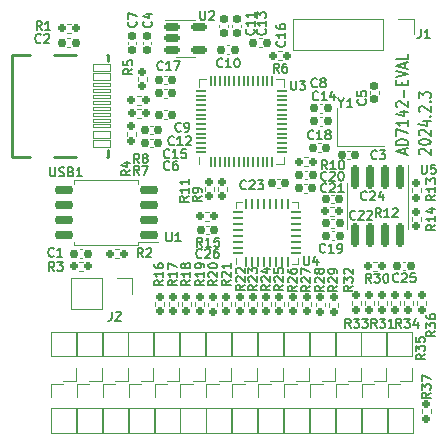
<source format=gto>
%TF.GenerationSoftware,KiCad,Pcbnew,7.0.10*%
%TF.CreationDate,2024-02-03T16:53:46+08:00*%
%TF.ProjectId,ad7142-eval,61643731-3432-42d6-9576-616c2e6b6963,rev?*%
%TF.SameCoordinates,Original*%
%TF.FileFunction,Legend,Top*%
%TF.FilePolarity,Positive*%
%FSLAX46Y46*%
G04 Gerber Fmt 4.6, Leading zero omitted, Abs format (unit mm)*
G04 Created by KiCad (PCBNEW 7.0.10) date 2024-02-03 16:53:46*
%MOMM*%
%LPD*%
G01*
G04 APERTURE LIST*
G04 Aperture macros list*
%AMRoundRect*
0 Rectangle with rounded corners*
0 $1 Rounding radius*
0 $2 $3 $4 $5 $6 $7 $8 $9 X,Y pos of 4 corners*
0 Add a 4 corners polygon primitive as box body*
4,1,4,$2,$3,$4,$5,$6,$7,$8,$9,$2,$3,0*
0 Add four circle primitives for the rounded corners*
1,1,$1+$1,$2,$3*
1,1,$1+$1,$4,$5*
1,1,$1+$1,$6,$7*
1,1,$1+$1,$8,$9*
0 Add four rect primitives between the rounded corners*
20,1,$1+$1,$2,$3,$4,$5,0*
20,1,$1+$1,$4,$5,$6,$7,0*
20,1,$1+$1,$6,$7,$8,$9,0*
20,1,$1+$1,$8,$9,$2,$3,0*%
G04 Aperture macros list end*
%ADD10C,0.127000*%
%ADD11C,0.120000*%
%ADD12C,0.254000*%
%ADD13RoundRect,0.160000X0.160000X-0.197500X0.160000X0.197500X-0.160000X0.197500X-0.160000X-0.197500X0*%
%ADD14RoundRect,0.160000X0.197500X0.160000X-0.197500X0.160000X-0.197500X-0.160000X0.197500X-0.160000X0*%
%ADD15RoundRect,0.155000X-0.212500X-0.155000X0.212500X-0.155000X0.212500X0.155000X-0.212500X0.155000X0*%
%ADD16RoundRect,0.160000X-0.197500X-0.160000X0.197500X-0.160000X0.197500X0.160000X-0.197500X0.160000X0*%
%ADD17R,1.350000X1.350000*%
%ADD18O,1.350000X1.350000*%
%ADD19RoundRect,0.160000X-0.160000X0.197500X-0.160000X-0.197500X0.160000X-0.197500X0.160000X0.197500X0*%
%ADD20R,1.700000X1.700000*%
%ADD21O,1.700000X1.700000*%
%ADD22RoundRect,0.062500X0.062500X-0.350000X0.062500X0.350000X-0.062500X0.350000X-0.062500X-0.350000X0*%
%ADD23RoundRect,0.062500X0.350000X-0.062500X0.350000X0.062500X-0.350000X0.062500X-0.350000X-0.062500X0*%
%ADD24R,3.100000X3.100000*%
%ADD25RoundRect,0.155000X0.155000X-0.212500X0.155000X0.212500X-0.155000X0.212500X-0.155000X-0.212500X0*%
%ADD26RoundRect,0.150000X0.650000X0.150000X-0.650000X0.150000X-0.650000X-0.150000X0.650000X-0.150000X0*%
%ADD27RoundRect,0.155000X0.212500X0.155000X-0.212500X0.155000X-0.212500X-0.155000X0.212500X-0.155000X0*%
%ADD28RoundRect,0.150000X-0.512500X-0.150000X0.512500X-0.150000X0.512500X0.150000X-0.512500X0.150000X0*%
%ADD29RoundRect,0.150000X-0.150000X0.825000X-0.150000X-0.825000X0.150000X-0.825000X0.150000X0.825000X0*%
%ADD30RoundRect,0.050000X0.050000X-0.387500X0.050000X0.387500X-0.050000X0.387500X-0.050000X-0.387500X0*%
%ADD31RoundRect,0.050000X0.387500X-0.050000X0.387500X0.050000X-0.387500X0.050000X-0.387500X-0.050000X0*%
%ADD32R,3.200000X3.200000*%
%ADD33RoundRect,0.050800X-0.725150X0.149850X-0.725150X-0.149850X0.725150X-0.149850X0.725150X0.149850X0*%
%ADD34RoundRect,0.050800X-0.725150X0.299700X-0.725150X-0.299700X0.725150X-0.299700X0.725150X0.299700X0*%
%ADD35O,1.701800X1.102400*%
%ADD36O,2.202200X1.102400*%
%ADD37C,0.701000*%
%ADD38R,1.400000X1.200000*%
G04 APERTURE END LIST*
D10*
X139936253Y-91166790D02*
X139888634Y-91126876D01*
X139888634Y-91126876D02*
X139841015Y-91047048D01*
X139841015Y-91047048D02*
X139841015Y-90847476D01*
X139841015Y-90847476D02*
X139888634Y-90767648D01*
X139888634Y-90767648D02*
X139936253Y-90727733D01*
X139936253Y-90727733D02*
X140031491Y-90687819D01*
X140031491Y-90687819D02*
X140126729Y-90687819D01*
X140126729Y-90687819D02*
X140269586Y-90727733D01*
X140269586Y-90727733D02*
X140841015Y-91206705D01*
X140841015Y-91206705D02*
X140841015Y-90687819D01*
X139841015Y-90168933D02*
X139841015Y-90089104D01*
X139841015Y-90089104D02*
X139888634Y-90009276D01*
X139888634Y-90009276D02*
X139936253Y-89969362D01*
X139936253Y-89969362D02*
X140031491Y-89929447D01*
X140031491Y-89929447D02*
X140221967Y-89889533D01*
X140221967Y-89889533D02*
X140460062Y-89889533D01*
X140460062Y-89889533D02*
X140650538Y-89929447D01*
X140650538Y-89929447D02*
X140745776Y-89969362D01*
X140745776Y-89969362D02*
X140793396Y-90009276D01*
X140793396Y-90009276D02*
X140841015Y-90089104D01*
X140841015Y-90089104D02*
X140841015Y-90168933D01*
X140841015Y-90168933D02*
X140793396Y-90248762D01*
X140793396Y-90248762D02*
X140745776Y-90288676D01*
X140745776Y-90288676D02*
X140650538Y-90328590D01*
X140650538Y-90328590D02*
X140460062Y-90368504D01*
X140460062Y-90368504D02*
X140221967Y-90368504D01*
X140221967Y-90368504D02*
X140031491Y-90328590D01*
X140031491Y-90328590D02*
X139936253Y-90288676D01*
X139936253Y-90288676D02*
X139888634Y-90248762D01*
X139888634Y-90248762D02*
X139841015Y-90168933D01*
X139936253Y-89570218D02*
X139888634Y-89530304D01*
X139888634Y-89530304D02*
X139841015Y-89450476D01*
X139841015Y-89450476D02*
X139841015Y-89250904D01*
X139841015Y-89250904D02*
X139888634Y-89171076D01*
X139888634Y-89171076D02*
X139936253Y-89131161D01*
X139936253Y-89131161D02*
X140031491Y-89091247D01*
X140031491Y-89091247D02*
X140126729Y-89091247D01*
X140126729Y-89091247D02*
X140269586Y-89131161D01*
X140269586Y-89131161D02*
X140841015Y-89610133D01*
X140841015Y-89610133D02*
X140841015Y-89091247D01*
X140174348Y-88372790D02*
X140841015Y-88372790D01*
X139793396Y-88572361D02*
X140507681Y-88771932D01*
X140507681Y-88771932D02*
X140507681Y-88253047D01*
X140745776Y-87933732D02*
X140793396Y-87893818D01*
X140793396Y-87893818D02*
X140841015Y-87933732D01*
X140841015Y-87933732D02*
X140793396Y-87973646D01*
X140793396Y-87973646D02*
X140745776Y-87933732D01*
X140745776Y-87933732D02*
X140841015Y-87933732D01*
X139936253Y-87574503D02*
X139888634Y-87534589D01*
X139888634Y-87534589D02*
X139841015Y-87454761D01*
X139841015Y-87454761D02*
X139841015Y-87255189D01*
X139841015Y-87255189D02*
X139888634Y-87175361D01*
X139888634Y-87175361D02*
X139936253Y-87135446D01*
X139936253Y-87135446D02*
X140031491Y-87095532D01*
X140031491Y-87095532D02*
X140126729Y-87095532D01*
X140126729Y-87095532D02*
X140269586Y-87135446D01*
X140269586Y-87135446D02*
X140841015Y-87614418D01*
X140841015Y-87614418D02*
X140841015Y-87095532D01*
X140745776Y-86736303D02*
X140793396Y-86696389D01*
X140793396Y-86696389D02*
X140841015Y-86736303D01*
X140841015Y-86736303D02*
X140793396Y-86776217D01*
X140793396Y-86776217D02*
X140745776Y-86736303D01*
X140745776Y-86736303D02*
X140841015Y-86736303D01*
X139841015Y-86416989D02*
X139841015Y-85898103D01*
X139841015Y-85898103D02*
X140221967Y-86177503D01*
X140221967Y-86177503D02*
X140221967Y-86057760D01*
X140221967Y-86057760D02*
X140269586Y-85977932D01*
X140269586Y-85977932D02*
X140317205Y-85938017D01*
X140317205Y-85938017D02*
X140412443Y-85898103D01*
X140412443Y-85898103D02*
X140650538Y-85898103D01*
X140650538Y-85898103D02*
X140745776Y-85938017D01*
X140745776Y-85938017D02*
X140793396Y-85977932D01*
X140793396Y-85977932D02*
X140841015Y-86057760D01*
X140841015Y-86057760D02*
X140841015Y-86297246D01*
X140841015Y-86297246D02*
X140793396Y-86377074D01*
X140793396Y-86377074D02*
X140745776Y-86416989D01*
X138650300Y-91116790D02*
X138650300Y-90717648D01*
X138936015Y-91196619D02*
X137936015Y-90917219D01*
X137936015Y-90917219D02*
X138936015Y-90637819D01*
X138936015Y-90358419D02*
X137936015Y-90358419D01*
X137936015Y-90358419D02*
X137936015Y-90158848D01*
X137936015Y-90158848D02*
X137983634Y-90039105D01*
X137983634Y-90039105D02*
X138078872Y-89959276D01*
X138078872Y-89959276D02*
X138174110Y-89919362D01*
X138174110Y-89919362D02*
X138364586Y-89879448D01*
X138364586Y-89879448D02*
X138507443Y-89879448D01*
X138507443Y-89879448D02*
X138697919Y-89919362D01*
X138697919Y-89919362D02*
X138793157Y-89959276D01*
X138793157Y-89959276D02*
X138888396Y-90039105D01*
X138888396Y-90039105D02*
X138936015Y-90158848D01*
X138936015Y-90158848D02*
X138936015Y-90358419D01*
X137936015Y-89600048D02*
X137936015Y-89041248D01*
X137936015Y-89041248D02*
X138936015Y-89400476D01*
X138936015Y-88282876D02*
X138936015Y-88761847D01*
X138936015Y-88522362D02*
X137936015Y-88522362D01*
X137936015Y-88522362D02*
X138078872Y-88602190D01*
X138078872Y-88602190D02*
X138174110Y-88682019D01*
X138174110Y-88682019D02*
X138221729Y-88761847D01*
X138269348Y-87564419D02*
X138936015Y-87564419D01*
X137888396Y-87763990D02*
X138602681Y-87963561D01*
X138602681Y-87963561D02*
X138602681Y-87444676D01*
X138031253Y-87165275D02*
X137983634Y-87125361D01*
X137983634Y-87125361D02*
X137936015Y-87045533D01*
X137936015Y-87045533D02*
X137936015Y-86845961D01*
X137936015Y-86845961D02*
X137983634Y-86766133D01*
X137983634Y-86766133D02*
X138031253Y-86726218D01*
X138031253Y-86726218D02*
X138126491Y-86686304D01*
X138126491Y-86686304D02*
X138221729Y-86686304D01*
X138221729Y-86686304D02*
X138364586Y-86726218D01*
X138364586Y-86726218D02*
X138936015Y-87205190D01*
X138936015Y-87205190D02*
X138936015Y-86686304D01*
X138555062Y-86327075D02*
X138555062Y-85688447D01*
X138412205Y-85289304D02*
X138412205Y-85009904D01*
X138936015Y-84890161D02*
X138936015Y-85289304D01*
X138936015Y-85289304D02*
X137936015Y-85289304D01*
X137936015Y-85289304D02*
X137936015Y-84890161D01*
X137936015Y-84650676D02*
X138936015Y-84371276D01*
X138936015Y-84371276D02*
X137936015Y-84091876D01*
X138650300Y-83852390D02*
X138650300Y-83453248D01*
X138936015Y-83932219D02*
X137936015Y-83652819D01*
X137936015Y-83652819D02*
X138936015Y-83373419D01*
X138936015Y-82694876D02*
X138936015Y-83094019D01*
X138936015Y-83094019D02*
X137936015Y-83094019D01*
X140845911Y-111339856D02*
X140483054Y-111593856D01*
X140845911Y-111775285D02*
X140083911Y-111775285D01*
X140083911Y-111775285D02*
X140083911Y-111484999D01*
X140083911Y-111484999D02*
X140120197Y-111412428D01*
X140120197Y-111412428D02*
X140156483Y-111376142D01*
X140156483Y-111376142D02*
X140229054Y-111339856D01*
X140229054Y-111339856D02*
X140337911Y-111339856D01*
X140337911Y-111339856D02*
X140410483Y-111376142D01*
X140410483Y-111376142D02*
X140446768Y-111412428D01*
X140446768Y-111412428D02*
X140483054Y-111484999D01*
X140483054Y-111484999D02*
X140483054Y-111775285D01*
X140083911Y-111085856D02*
X140083911Y-110614142D01*
X140083911Y-110614142D02*
X140374197Y-110868142D01*
X140374197Y-110868142D02*
X140374197Y-110759285D01*
X140374197Y-110759285D02*
X140410483Y-110686714D01*
X140410483Y-110686714D02*
X140446768Y-110650428D01*
X140446768Y-110650428D02*
X140519340Y-110614142D01*
X140519340Y-110614142D02*
X140700768Y-110614142D01*
X140700768Y-110614142D02*
X140773340Y-110650428D01*
X140773340Y-110650428D02*
X140809626Y-110686714D01*
X140809626Y-110686714D02*
X140845911Y-110759285D01*
X140845911Y-110759285D02*
X140845911Y-110976999D01*
X140845911Y-110976999D02*
X140809626Y-111049571D01*
X140809626Y-111049571D02*
X140773340Y-111085856D01*
X140083911Y-110360142D02*
X140083911Y-109852142D01*
X140083911Y-109852142D02*
X140845911Y-110178714D01*
X135810143Y-102045911D02*
X135556143Y-101683054D01*
X135374714Y-102045911D02*
X135374714Y-101283911D01*
X135374714Y-101283911D02*
X135665000Y-101283911D01*
X135665000Y-101283911D02*
X135737571Y-101320197D01*
X135737571Y-101320197D02*
X135773857Y-101356483D01*
X135773857Y-101356483D02*
X135810143Y-101429054D01*
X135810143Y-101429054D02*
X135810143Y-101537911D01*
X135810143Y-101537911D02*
X135773857Y-101610483D01*
X135773857Y-101610483D02*
X135737571Y-101646768D01*
X135737571Y-101646768D02*
X135665000Y-101683054D01*
X135665000Y-101683054D02*
X135374714Y-101683054D01*
X136064143Y-101283911D02*
X136535857Y-101283911D01*
X136535857Y-101283911D02*
X136281857Y-101574197D01*
X136281857Y-101574197D02*
X136390714Y-101574197D01*
X136390714Y-101574197D02*
X136463286Y-101610483D01*
X136463286Y-101610483D02*
X136499571Y-101646768D01*
X136499571Y-101646768D02*
X136535857Y-101719340D01*
X136535857Y-101719340D02*
X136535857Y-101900768D01*
X136535857Y-101900768D02*
X136499571Y-101973340D01*
X136499571Y-101973340D02*
X136463286Y-102009626D01*
X136463286Y-102009626D02*
X136390714Y-102045911D01*
X136390714Y-102045911D02*
X136173000Y-102045911D01*
X136173000Y-102045911D02*
X136100428Y-102009626D01*
X136100428Y-102009626D02*
X136064143Y-101973340D01*
X137007571Y-101283911D02*
X137080142Y-101283911D01*
X137080142Y-101283911D02*
X137152714Y-101320197D01*
X137152714Y-101320197D02*
X137189000Y-101356483D01*
X137189000Y-101356483D02*
X137225285Y-101429054D01*
X137225285Y-101429054D02*
X137261571Y-101574197D01*
X137261571Y-101574197D02*
X137261571Y-101755626D01*
X137261571Y-101755626D02*
X137225285Y-101900768D01*
X137225285Y-101900768D02*
X137189000Y-101973340D01*
X137189000Y-101973340D02*
X137152714Y-102009626D01*
X137152714Y-102009626D02*
X137080142Y-102045911D01*
X137080142Y-102045911D02*
X137007571Y-102045911D01*
X137007571Y-102045911D02*
X136935000Y-102009626D01*
X136935000Y-102009626D02*
X136898714Y-101973340D01*
X136898714Y-101973340D02*
X136862428Y-101900768D01*
X136862428Y-101900768D02*
X136826142Y-101755626D01*
X136826142Y-101755626D02*
X136826142Y-101574197D01*
X136826142Y-101574197D02*
X136862428Y-101429054D01*
X136862428Y-101429054D02*
X136898714Y-101356483D01*
X136898714Y-101356483D02*
X136935000Y-101320197D01*
X136935000Y-101320197D02*
X137007571Y-101283911D01*
X118723000Y-92423340D02*
X118686714Y-92459626D01*
X118686714Y-92459626D02*
X118577857Y-92495911D01*
X118577857Y-92495911D02*
X118505285Y-92495911D01*
X118505285Y-92495911D02*
X118396428Y-92459626D01*
X118396428Y-92459626D02*
X118323857Y-92387054D01*
X118323857Y-92387054D02*
X118287571Y-92314483D01*
X118287571Y-92314483D02*
X118251285Y-92169340D01*
X118251285Y-92169340D02*
X118251285Y-92060483D01*
X118251285Y-92060483D02*
X118287571Y-91915340D01*
X118287571Y-91915340D02*
X118323857Y-91842768D01*
X118323857Y-91842768D02*
X118396428Y-91770197D01*
X118396428Y-91770197D02*
X118505285Y-91733911D01*
X118505285Y-91733911D02*
X118577857Y-91733911D01*
X118577857Y-91733911D02*
X118686714Y-91770197D01*
X118686714Y-91770197D02*
X118723000Y-91806483D01*
X119376143Y-91733911D02*
X119231000Y-91733911D01*
X119231000Y-91733911D02*
X119158428Y-91770197D01*
X119158428Y-91770197D02*
X119122143Y-91806483D01*
X119122143Y-91806483D02*
X119049571Y-91915340D01*
X119049571Y-91915340D02*
X119013285Y-92060483D01*
X119013285Y-92060483D02*
X119013285Y-92350768D01*
X119013285Y-92350768D02*
X119049571Y-92423340D01*
X119049571Y-92423340D02*
X119085857Y-92459626D01*
X119085857Y-92459626D02*
X119158428Y-92495911D01*
X119158428Y-92495911D02*
X119303571Y-92495911D01*
X119303571Y-92495911D02*
X119376143Y-92459626D01*
X119376143Y-92459626D02*
X119412428Y-92423340D01*
X119412428Y-92423340D02*
X119448714Y-92350768D01*
X119448714Y-92350768D02*
X119448714Y-92169340D01*
X119448714Y-92169340D02*
X119412428Y-92096768D01*
X119412428Y-92096768D02*
X119376143Y-92060483D01*
X119376143Y-92060483D02*
X119303571Y-92024197D01*
X119303571Y-92024197D02*
X119158428Y-92024197D01*
X119158428Y-92024197D02*
X119085857Y-92060483D01*
X119085857Y-92060483D02*
X119049571Y-92096768D01*
X119049571Y-92096768D02*
X119013285Y-92169340D01*
X118710143Y-91423340D02*
X118673857Y-91459626D01*
X118673857Y-91459626D02*
X118565000Y-91495911D01*
X118565000Y-91495911D02*
X118492428Y-91495911D01*
X118492428Y-91495911D02*
X118383571Y-91459626D01*
X118383571Y-91459626D02*
X118311000Y-91387054D01*
X118311000Y-91387054D02*
X118274714Y-91314483D01*
X118274714Y-91314483D02*
X118238428Y-91169340D01*
X118238428Y-91169340D02*
X118238428Y-91060483D01*
X118238428Y-91060483D02*
X118274714Y-90915340D01*
X118274714Y-90915340D02*
X118311000Y-90842768D01*
X118311000Y-90842768D02*
X118383571Y-90770197D01*
X118383571Y-90770197D02*
X118492428Y-90733911D01*
X118492428Y-90733911D02*
X118565000Y-90733911D01*
X118565000Y-90733911D02*
X118673857Y-90770197D01*
X118673857Y-90770197D02*
X118710143Y-90806483D01*
X119435857Y-91495911D02*
X119000428Y-91495911D01*
X119218143Y-91495911D02*
X119218143Y-90733911D01*
X119218143Y-90733911D02*
X119145571Y-90842768D01*
X119145571Y-90842768D02*
X119073000Y-90915340D01*
X119073000Y-90915340D02*
X119000428Y-90951626D01*
X120125285Y-90733911D02*
X119762428Y-90733911D01*
X119762428Y-90733911D02*
X119726142Y-91096768D01*
X119726142Y-91096768D02*
X119762428Y-91060483D01*
X119762428Y-91060483D02*
X119835000Y-91024197D01*
X119835000Y-91024197D02*
X120016428Y-91024197D01*
X120016428Y-91024197D02*
X120089000Y-91060483D01*
X120089000Y-91060483D02*
X120125285Y-91096768D01*
X120125285Y-91096768D02*
X120161571Y-91169340D01*
X120161571Y-91169340D02*
X120161571Y-91350768D01*
X120161571Y-91350768D02*
X120125285Y-91423340D01*
X120125285Y-91423340D02*
X120089000Y-91459626D01*
X120089000Y-91459626D02*
X120016428Y-91495911D01*
X120016428Y-91495911D02*
X119835000Y-91495911D01*
X119835000Y-91495911D02*
X119762428Y-91459626D01*
X119762428Y-91459626D02*
X119726142Y-91423340D01*
X127973000Y-84245911D02*
X127719000Y-83883054D01*
X127537571Y-84245911D02*
X127537571Y-83483911D01*
X127537571Y-83483911D02*
X127827857Y-83483911D01*
X127827857Y-83483911D02*
X127900428Y-83520197D01*
X127900428Y-83520197D02*
X127936714Y-83556483D01*
X127936714Y-83556483D02*
X127973000Y-83629054D01*
X127973000Y-83629054D02*
X127973000Y-83737911D01*
X127973000Y-83737911D02*
X127936714Y-83810483D01*
X127936714Y-83810483D02*
X127900428Y-83846768D01*
X127900428Y-83846768D02*
X127827857Y-83883054D01*
X127827857Y-83883054D02*
X127537571Y-83883054D01*
X128626143Y-83483911D02*
X128481000Y-83483911D01*
X128481000Y-83483911D02*
X128408428Y-83520197D01*
X128408428Y-83520197D02*
X128372143Y-83556483D01*
X128372143Y-83556483D02*
X128299571Y-83665340D01*
X128299571Y-83665340D02*
X128263285Y-83810483D01*
X128263285Y-83810483D02*
X128263285Y-84100768D01*
X128263285Y-84100768D02*
X128299571Y-84173340D01*
X128299571Y-84173340D02*
X128335857Y-84209626D01*
X128335857Y-84209626D02*
X128408428Y-84245911D01*
X128408428Y-84245911D02*
X128553571Y-84245911D01*
X128553571Y-84245911D02*
X128626143Y-84209626D01*
X128626143Y-84209626D02*
X128662428Y-84173340D01*
X128662428Y-84173340D02*
X128698714Y-84100768D01*
X128698714Y-84100768D02*
X128698714Y-83919340D01*
X128698714Y-83919340D02*
X128662428Y-83846768D01*
X128662428Y-83846768D02*
X128626143Y-83810483D01*
X128626143Y-83810483D02*
X128553571Y-83774197D01*
X128553571Y-83774197D02*
X128408428Y-83774197D01*
X128408428Y-83774197D02*
X128335857Y-83810483D01*
X128335857Y-83810483D02*
X128299571Y-83846768D01*
X128299571Y-83846768D02*
X128263285Y-83919340D01*
X132010143Y-93323340D02*
X131973857Y-93359626D01*
X131973857Y-93359626D02*
X131865000Y-93395911D01*
X131865000Y-93395911D02*
X131792428Y-93395911D01*
X131792428Y-93395911D02*
X131683571Y-93359626D01*
X131683571Y-93359626D02*
X131611000Y-93287054D01*
X131611000Y-93287054D02*
X131574714Y-93214483D01*
X131574714Y-93214483D02*
X131538428Y-93069340D01*
X131538428Y-93069340D02*
X131538428Y-92960483D01*
X131538428Y-92960483D02*
X131574714Y-92815340D01*
X131574714Y-92815340D02*
X131611000Y-92742768D01*
X131611000Y-92742768D02*
X131683571Y-92670197D01*
X131683571Y-92670197D02*
X131792428Y-92633911D01*
X131792428Y-92633911D02*
X131865000Y-92633911D01*
X131865000Y-92633911D02*
X131973857Y-92670197D01*
X131973857Y-92670197D02*
X132010143Y-92706483D01*
X132300428Y-92706483D02*
X132336714Y-92670197D01*
X132336714Y-92670197D02*
X132409286Y-92633911D01*
X132409286Y-92633911D02*
X132590714Y-92633911D01*
X132590714Y-92633911D02*
X132663286Y-92670197D01*
X132663286Y-92670197D02*
X132699571Y-92706483D01*
X132699571Y-92706483D02*
X132735857Y-92779054D01*
X132735857Y-92779054D02*
X132735857Y-92851626D01*
X132735857Y-92851626D02*
X132699571Y-92960483D01*
X132699571Y-92960483D02*
X132264143Y-93395911D01*
X132264143Y-93395911D02*
X132735857Y-93395911D01*
X133207571Y-92633911D02*
X133280142Y-92633911D01*
X133280142Y-92633911D02*
X133352714Y-92670197D01*
X133352714Y-92670197D02*
X133389000Y-92706483D01*
X133389000Y-92706483D02*
X133425285Y-92779054D01*
X133425285Y-92779054D02*
X133461571Y-92924197D01*
X133461571Y-92924197D02*
X133461571Y-93105626D01*
X133461571Y-93105626D02*
X133425285Y-93250768D01*
X133425285Y-93250768D02*
X133389000Y-93323340D01*
X133389000Y-93323340D02*
X133352714Y-93359626D01*
X133352714Y-93359626D02*
X133280142Y-93395911D01*
X133280142Y-93395911D02*
X133207571Y-93395911D01*
X133207571Y-93395911D02*
X133135000Y-93359626D01*
X133135000Y-93359626D02*
X133098714Y-93323340D01*
X133098714Y-93323340D02*
X133062428Y-93250768D01*
X133062428Y-93250768D02*
X133026142Y-93105626D01*
X133026142Y-93105626D02*
X133026142Y-92924197D01*
X133026142Y-92924197D02*
X133062428Y-92779054D01*
X133062428Y-92779054D02*
X133098714Y-92706483D01*
X133098714Y-92706483D02*
X133135000Y-92670197D01*
X133135000Y-92670197D02*
X133207571Y-92633911D01*
X121510143Y-98995911D02*
X121256143Y-98633054D01*
X121074714Y-98995911D02*
X121074714Y-98233911D01*
X121074714Y-98233911D02*
X121365000Y-98233911D01*
X121365000Y-98233911D02*
X121437571Y-98270197D01*
X121437571Y-98270197D02*
X121473857Y-98306483D01*
X121473857Y-98306483D02*
X121510143Y-98379054D01*
X121510143Y-98379054D02*
X121510143Y-98487911D01*
X121510143Y-98487911D02*
X121473857Y-98560483D01*
X121473857Y-98560483D02*
X121437571Y-98596768D01*
X121437571Y-98596768D02*
X121365000Y-98633054D01*
X121365000Y-98633054D02*
X121074714Y-98633054D01*
X122235857Y-98995911D02*
X121800428Y-98995911D01*
X122018143Y-98995911D02*
X122018143Y-98233911D01*
X122018143Y-98233911D02*
X121945571Y-98342768D01*
X121945571Y-98342768D02*
X121873000Y-98415340D01*
X121873000Y-98415340D02*
X121800428Y-98451626D01*
X122925285Y-98233911D02*
X122562428Y-98233911D01*
X122562428Y-98233911D02*
X122526142Y-98596768D01*
X122526142Y-98596768D02*
X122562428Y-98560483D01*
X122562428Y-98560483D02*
X122635000Y-98524197D01*
X122635000Y-98524197D02*
X122816428Y-98524197D01*
X122816428Y-98524197D02*
X122889000Y-98560483D01*
X122889000Y-98560483D02*
X122925285Y-98596768D01*
X122925285Y-98596768D02*
X122961571Y-98669340D01*
X122961571Y-98669340D02*
X122961571Y-98850768D01*
X122961571Y-98850768D02*
X122925285Y-98923340D01*
X122925285Y-98923340D02*
X122889000Y-98959626D01*
X122889000Y-98959626D02*
X122816428Y-98995911D01*
X122816428Y-98995911D02*
X122635000Y-98995911D01*
X122635000Y-98995911D02*
X122562428Y-98959626D01*
X122562428Y-98959626D02*
X122526142Y-98923340D01*
X134245911Y-102289856D02*
X133883054Y-102543856D01*
X134245911Y-102725285D02*
X133483911Y-102725285D01*
X133483911Y-102725285D02*
X133483911Y-102434999D01*
X133483911Y-102434999D02*
X133520197Y-102362428D01*
X133520197Y-102362428D02*
X133556483Y-102326142D01*
X133556483Y-102326142D02*
X133629054Y-102289856D01*
X133629054Y-102289856D02*
X133737911Y-102289856D01*
X133737911Y-102289856D02*
X133810483Y-102326142D01*
X133810483Y-102326142D02*
X133846768Y-102362428D01*
X133846768Y-102362428D02*
X133883054Y-102434999D01*
X133883054Y-102434999D02*
X133883054Y-102725285D01*
X133483911Y-102035856D02*
X133483911Y-101564142D01*
X133483911Y-101564142D02*
X133774197Y-101818142D01*
X133774197Y-101818142D02*
X133774197Y-101709285D01*
X133774197Y-101709285D02*
X133810483Y-101636714D01*
X133810483Y-101636714D02*
X133846768Y-101600428D01*
X133846768Y-101600428D02*
X133919340Y-101564142D01*
X133919340Y-101564142D02*
X134100768Y-101564142D01*
X134100768Y-101564142D02*
X134173340Y-101600428D01*
X134173340Y-101600428D02*
X134209626Y-101636714D01*
X134209626Y-101636714D02*
X134245911Y-101709285D01*
X134245911Y-101709285D02*
X134245911Y-101926999D01*
X134245911Y-101926999D02*
X134209626Y-101999571D01*
X134209626Y-101999571D02*
X134173340Y-102035856D01*
X133556483Y-101273857D02*
X133520197Y-101237571D01*
X133520197Y-101237571D02*
X133483911Y-101165000D01*
X133483911Y-101165000D02*
X133483911Y-100983571D01*
X133483911Y-100983571D02*
X133520197Y-100911000D01*
X133520197Y-100911000D02*
X133556483Y-100874714D01*
X133556483Y-100874714D02*
X133629054Y-100838428D01*
X133629054Y-100838428D02*
X133701626Y-100838428D01*
X133701626Y-100838428D02*
X133810483Y-100874714D01*
X133810483Y-100874714D02*
X134245911Y-101310142D01*
X134245911Y-101310142D02*
X134245911Y-100838428D01*
X136273000Y-91523340D02*
X136236714Y-91559626D01*
X136236714Y-91559626D02*
X136127857Y-91595911D01*
X136127857Y-91595911D02*
X136055285Y-91595911D01*
X136055285Y-91595911D02*
X135946428Y-91559626D01*
X135946428Y-91559626D02*
X135873857Y-91487054D01*
X135873857Y-91487054D02*
X135837571Y-91414483D01*
X135837571Y-91414483D02*
X135801285Y-91269340D01*
X135801285Y-91269340D02*
X135801285Y-91160483D01*
X135801285Y-91160483D02*
X135837571Y-91015340D01*
X135837571Y-91015340D02*
X135873857Y-90942768D01*
X135873857Y-90942768D02*
X135946428Y-90870197D01*
X135946428Y-90870197D02*
X136055285Y-90833911D01*
X136055285Y-90833911D02*
X136127857Y-90833911D01*
X136127857Y-90833911D02*
X136236714Y-90870197D01*
X136236714Y-90870197D02*
X136273000Y-90906483D01*
X136527000Y-90833911D02*
X136998714Y-90833911D01*
X136998714Y-90833911D02*
X136744714Y-91124197D01*
X136744714Y-91124197D02*
X136853571Y-91124197D01*
X136853571Y-91124197D02*
X136926143Y-91160483D01*
X136926143Y-91160483D02*
X136962428Y-91196768D01*
X136962428Y-91196768D02*
X136998714Y-91269340D01*
X136998714Y-91269340D02*
X136998714Y-91450768D01*
X136998714Y-91450768D02*
X136962428Y-91523340D01*
X136962428Y-91523340D02*
X136926143Y-91559626D01*
X136926143Y-91559626D02*
X136853571Y-91595911D01*
X136853571Y-91595911D02*
X136635857Y-91595911D01*
X136635857Y-91595911D02*
X136563285Y-91559626D01*
X136563285Y-91559626D02*
X136527000Y-91523340D01*
X130645911Y-102289856D02*
X130283054Y-102543856D01*
X130645911Y-102725285D02*
X129883911Y-102725285D01*
X129883911Y-102725285D02*
X129883911Y-102434999D01*
X129883911Y-102434999D02*
X129920197Y-102362428D01*
X129920197Y-102362428D02*
X129956483Y-102326142D01*
X129956483Y-102326142D02*
X130029054Y-102289856D01*
X130029054Y-102289856D02*
X130137911Y-102289856D01*
X130137911Y-102289856D02*
X130210483Y-102326142D01*
X130210483Y-102326142D02*
X130246768Y-102362428D01*
X130246768Y-102362428D02*
X130283054Y-102434999D01*
X130283054Y-102434999D02*
X130283054Y-102725285D01*
X129956483Y-101999571D02*
X129920197Y-101963285D01*
X129920197Y-101963285D02*
X129883911Y-101890714D01*
X129883911Y-101890714D02*
X129883911Y-101709285D01*
X129883911Y-101709285D02*
X129920197Y-101636714D01*
X129920197Y-101636714D02*
X129956483Y-101600428D01*
X129956483Y-101600428D02*
X130029054Y-101564142D01*
X130029054Y-101564142D02*
X130101626Y-101564142D01*
X130101626Y-101564142D02*
X130210483Y-101600428D01*
X130210483Y-101600428D02*
X130645911Y-102035856D01*
X130645911Y-102035856D02*
X130645911Y-101564142D01*
X129883911Y-101310142D02*
X129883911Y-100802142D01*
X129883911Y-100802142D02*
X130645911Y-101128714D01*
X135410143Y-94973340D02*
X135373857Y-95009626D01*
X135373857Y-95009626D02*
X135265000Y-95045911D01*
X135265000Y-95045911D02*
X135192428Y-95045911D01*
X135192428Y-95045911D02*
X135083571Y-95009626D01*
X135083571Y-95009626D02*
X135011000Y-94937054D01*
X135011000Y-94937054D02*
X134974714Y-94864483D01*
X134974714Y-94864483D02*
X134938428Y-94719340D01*
X134938428Y-94719340D02*
X134938428Y-94610483D01*
X134938428Y-94610483D02*
X134974714Y-94465340D01*
X134974714Y-94465340D02*
X135011000Y-94392768D01*
X135011000Y-94392768D02*
X135083571Y-94320197D01*
X135083571Y-94320197D02*
X135192428Y-94283911D01*
X135192428Y-94283911D02*
X135265000Y-94283911D01*
X135265000Y-94283911D02*
X135373857Y-94320197D01*
X135373857Y-94320197D02*
X135410143Y-94356483D01*
X135700428Y-94356483D02*
X135736714Y-94320197D01*
X135736714Y-94320197D02*
X135809286Y-94283911D01*
X135809286Y-94283911D02*
X135990714Y-94283911D01*
X135990714Y-94283911D02*
X136063286Y-94320197D01*
X136063286Y-94320197D02*
X136099571Y-94356483D01*
X136099571Y-94356483D02*
X136135857Y-94429054D01*
X136135857Y-94429054D02*
X136135857Y-94501626D01*
X136135857Y-94501626D02*
X136099571Y-94610483D01*
X136099571Y-94610483D02*
X135664143Y-95045911D01*
X135664143Y-95045911D02*
X136135857Y-95045911D01*
X136789000Y-94537911D02*
X136789000Y-95045911D01*
X136607571Y-94247626D02*
X136426142Y-94791911D01*
X136426142Y-94791911D02*
X136897857Y-94791911D01*
X127245911Y-102239856D02*
X126883054Y-102493856D01*
X127245911Y-102675285D02*
X126483911Y-102675285D01*
X126483911Y-102675285D02*
X126483911Y-102384999D01*
X126483911Y-102384999D02*
X126520197Y-102312428D01*
X126520197Y-102312428D02*
X126556483Y-102276142D01*
X126556483Y-102276142D02*
X126629054Y-102239856D01*
X126629054Y-102239856D02*
X126737911Y-102239856D01*
X126737911Y-102239856D02*
X126810483Y-102276142D01*
X126810483Y-102276142D02*
X126846768Y-102312428D01*
X126846768Y-102312428D02*
X126883054Y-102384999D01*
X126883054Y-102384999D02*
X126883054Y-102675285D01*
X126556483Y-101949571D02*
X126520197Y-101913285D01*
X126520197Y-101913285D02*
X126483911Y-101840714D01*
X126483911Y-101840714D02*
X126483911Y-101659285D01*
X126483911Y-101659285D02*
X126520197Y-101586714D01*
X126520197Y-101586714D02*
X126556483Y-101550428D01*
X126556483Y-101550428D02*
X126629054Y-101514142D01*
X126629054Y-101514142D02*
X126701626Y-101514142D01*
X126701626Y-101514142D02*
X126810483Y-101550428D01*
X126810483Y-101550428D02*
X127245911Y-101985856D01*
X127245911Y-101985856D02*
X127245911Y-101514142D01*
X126737911Y-100861000D02*
X127245911Y-100861000D01*
X126447626Y-101042428D02*
X126991911Y-101223857D01*
X126991911Y-101223857D02*
X126991911Y-100752142D01*
X138360143Y-105845911D02*
X138106143Y-105483054D01*
X137924714Y-105845911D02*
X137924714Y-105083911D01*
X137924714Y-105083911D02*
X138215000Y-105083911D01*
X138215000Y-105083911D02*
X138287571Y-105120197D01*
X138287571Y-105120197D02*
X138323857Y-105156483D01*
X138323857Y-105156483D02*
X138360143Y-105229054D01*
X138360143Y-105229054D02*
X138360143Y-105337911D01*
X138360143Y-105337911D02*
X138323857Y-105410483D01*
X138323857Y-105410483D02*
X138287571Y-105446768D01*
X138287571Y-105446768D02*
X138215000Y-105483054D01*
X138215000Y-105483054D02*
X137924714Y-105483054D01*
X138614143Y-105083911D02*
X139085857Y-105083911D01*
X139085857Y-105083911D02*
X138831857Y-105374197D01*
X138831857Y-105374197D02*
X138940714Y-105374197D01*
X138940714Y-105374197D02*
X139013286Y-105410483D01*
X139013286Y-105410483D02*
X139049571Y-105446768D01*
X139049571Y-105446768D02*
X139085857Y-105519340D01*
X139085857Y-105519340D02*
X139085857Y-105700768D01*
X139085857Y-105700768D02*
X139049571Y-105773340D01*
X139049571Y-105773340D02*
X139013286Y-105809626D01*
X139013286Y-105809626D02*
X138940714Y-105845911D01*
X138940714Y-105845911D02*
X138723000Y-105845911D01*
X138723000Y-105845911D02*
X138650428Y-105809626D01*
X138650428Y-105809626D02*
X138614143Y-105773340D01*
X139739000Y-105337911D02*
X139739000Y-105845911D01*
X139557571Y-105047626D02*
X139376142Y-105591911D01*
X139376142Y-105591911D02*
X139847857Y-105591911D01*
X139996000Y-80583911D02*
X139996000Y-81128197D01*
X139996000Y-81128197D02*
X139959715Y-81237054D01*
X139959715Y-81237054D02*
X139887143Y-81309626D01*
X139887143Y-81309626D02*
X139778286Y-81345911D01*
X139778286Y-81345911D02*
X139705715Y-81345911D01*
X140758000Y-81345911D02*
X140322571Y-81345911D01*
X140540286Y-81345911D02*
X140540286Y-80583911D01*
X140540286Y-80583911D02*
X140467714Y-80692768D01*
X140467714Y-80692768D02*
X140395143Y-80765340D01*
X140395143Y-80765340D02*
X140322571Y-80801626D01*
X130910143Y-89823340D02*
X130873857Y-89859626D01*
X130873857Y-89859626D02*
X130765000Y-89895911D01*
X130765000Y-89895911D02*
X130692428Y-89895911D01*
X130692428Y-89895911D02*
X130583571Y-89859626D01*
X130583571Y-89859626D02*
X130511000Y-89787054D01*
X130511000Y-89787054D02*
X130474714Y-89714483D01*
X130474714Y-89714483D02*
X130438428Y-89569340D01*
X130438428Y-89569340D02*
X130438428Y-89460483D01*
X130438428Y-89460483D02*
X130474714Y-89315340D01*
X130474714Y-89315340D02*
X130511000Y-89242768D01*
X130511000Y-89242768D02*
X130583571Y-89170197D01*
X130583571Y-89170197D02*
X130692428Y-89133911D01*
X130692428Y-89133911D02*
X130765000Y-89133911D01*
X130765000Y-89133911D02*
X130873857Y-89170197D01*
X130873857Y-89170197D02*
X130910143Y-89206483D01*
X131635857Y-89895911D02*
X131200428Y-89895911D01*
X131418143Y-89895911D02*
X131418143Y-89133911D01*
X131418143Y-89133911D02*
X131345571Y-89242768D01*
X131345571Y-89242768D02*
X131273000Y-89315340D01*
X131273000Y-89315340D02*
X131200428Y-89351626D01*
X132071285Y-89460483D02*
X131998714Y-89424197D01*
X131998714Y-89424197D02*
X131962428Y-89387911D01*
X131962428Y-89387911D02*
X131926142Y-89315340D01*
X131926142Y-89315340D02*
X131926142Y-89279054D01*
X131926142Y-89279054D02*
X131962428Y-89206483D01*
X131962428Y-89206483D02*
X131998714Y-89170197D01*
X131998714Y-89170197D02*
X132071285Y-89133911D01*
X132071285Y-89133911D02*
X132216428Y-89133911D01*
X132216428Y-89133911D02*
X132289000Y-89170197D01*
X132289000Y-89170197D02*
X132325285Y-89206483D01*
X132325285Y-89206483D02*
X132361571Y-89279054D01*
X132361571Y-89279054D02*
X132361571Y-89315340D01*
X132361571Y-89315340D02*
X132325285Y-89387911D01*
X132325285Y-89387911D02*
X132289000Y-89424197D01*
X132289000Y-89424197D02*
X132216428Y-89460483D01*
X132216428Y-89460483D02*
X132071285Y-89460483D01*
X132071285Y-89460483D02*
X131998714Y-89496768D01*
X131998714Y-89496768D02*
X131962428Y-89533054D01*
X131962428Y-89533054D02*
X131926142Y-89605626D01*
X131926142Y-89605626D02*
X131926142Y-89750768D01*
X131926142Y-89750768D02*
X131962428Y-89823340D01*
X131962428Y-89823340D02*
X131998714Y-89859626D01*
X131998714Y-89859626D02*
X132071285Y-89895911D01*
X132071285Y-89895911D02*
X132216428Y-89895911D01*
X132216428Y-89895911D02*
X132289000Y-89859626D01*
X132289000Y-89859626D02*
X132325285Y-89823340D01*
X132325285Y-89823340D02*
X132361571Y-89750768D01*
X132361571Y-89750768D02*
X132361571Y-89605626D01*
X132361571Y-89605626D02*
X132325285Y-89533054D01*
X132325285Y-89533054D02*
X132289000Y-89496768D01*
X132289000Y-89496768D02*
X132216428Y-89460483D01*
X132945911Y-102289856D02*
X132583054Y-102543856D01*
X132945911Y-102725285D02*
X132183911Y-102725285D01*
X132183911Y-102725285D02*
X132183911Y-102434999D01*
X132183911Y-102434999D02*
X132220197Y-102362428D01*
X132220197Y-102362428D02*
X132256483Y-102326142D01*
X132256483Y-102326142D02*
X132329054Y-102289856D01*
X132329054Y-102289856D02*
X132437911Y-102289856D01*
X132437911Y-102289856D02*
X132510483Y-102326142D01*
X132510483Y-102326142D02*
X132546768Y-102362428D01*
X132546768Y-102362428D02*
X132583054Y-102434999D01*
X132583054Y-102434999D02*
X132583054Y-102725285D01*
X132256483Y-101999571D02*
X132220197Y-101963285D01*
X132220197Y-101963285D02*
X132183911Y-101890714D01*
X132183911Y-101890714D02*
X132183911Y-101709285D01*
X132183911Y-101709285D02*
X132220197Y-101636714D01*
X132220197Y-101636714D02*
X132256483Y-101600428D01*
X132256483Y-101600428D02*
X132329054Y-101564142D01*
X132329054Y-101564142D02*
X132401626Y-101564142D01*
X132401626Y-101564142D02*
X132510483Y-101600428D01*
X132510483Y-101600428D02*
X132945911Y-102035856D01*
X132945911Y-102035856D02*
X132945911Y-101564142D01*
X132945911Y-101201285D02*
X132945911Y-101056142D01*
X132945911Y-101056142D02*
X132909626Y-100983571D01*
X132909626Y-100983571D02*
X132873340Y-100947285D01*
X132873340Y-100947285D02*
X132764483Y-100874714D01*
X132764483Y-100874714D02*
X132619340Y-100838428D01*
X132619340Y-100838428D02*
X132329054Y-100838428D01*
X132329054Y-100838428D02*
X132256483Y-100874714D01*
X132256483Y-100874714D02*
X132220197Y-100911000D01*
X132220197Y-100911000D02*
X132183911Y-100983571D01*
X132183911Y-100983571D02*
X132183911Y-101128714D01*
X132183911Y-101128714D02*
X132220197Y-101201285D01*
X132220197Y-101201285D02*
X132256483Y-101237571D01*
X132256483Y-101237571D02*
X132329054Y-101273857D01*
X132329054Y-101273857D02*
X132510483Y-101273857D01*
X132510483Y-101273857D02*
X132583054Y-101237571D01*
X132583054Y-101237571D02*
X132619340Y-101201285D01*
X132619340Y-101201285D02*
X132655626Y-101128714D01*
X132655626Y-101128714D02*
X132655626Y-100983571D01*
X132655626Y-100983571D02*
X132619340Y-100911000D01*
X132619340Y-100911000D02*
X132583054Y-100874714D01*
X132583054Y-100874714D02*
X132510483Y-100838428D01*
X130119428Y-99783911D02*
X130119428Y-100400768D01*
X130119428Y-100400768D02*
X130155714Y-100473340D01*
X130155714Y-100473340D02*
X130192000Y-100509626D01*
X130192000Y-100509626D02*
X130264571Y-100545911D01*
X130264571Y-100545911D02*
X130409714Y-100545911D01*
X130409714Y-100545911D02*
X130482285Y-100509626D01*
X130482285Y-100509626D02*
X130518571Y-100473340D01*
X130518571Y-100473340D02*
X130554857Y-100400768D01*
X130554857Y-100400768D02*
X130554857Y-99783911D01*
X131244286Y-100037911D02*
X131244286Y-100545911D01*
X131062857Y-99747626D02*
X130881428Y-100291911D01*
X130881428Y-100291911D02*
X131353143Y-100291911D01*
X116173000Y-91895911D02*
X115919000Y-91533054D01*
X115737571Y-91895911D02*
X115737571Y-91133911D01*
X115737571Y-91133911D02*
X116027857Y-91133911D01*
X116027857Y-91133911D02*
X116100428Y-91170197D01*
X116100428Y-91170197D02*
X116136714Y-91206483D01*
X116136714Y-91206483D02*
X116173000Y-91279054D01*
X116173000Y-91279054D02*
X116173000Y-91387911D01*
X116173000Y-91387911D02*
X116136714Y-91460483D01*
X116136714Y-91460483D02*
X116100428Y-91496768D01*
X116100428Y-91496768D02*
X116027857Y-91533054D01*
X116027857Y-91533054D02*
X115737571Y-91533054D01*
X116608428Y-91460483D02*
X116535857Y-91424197D01*
X116535857Y-91424197D02*
X116499571Y-91387911D01*
X116499571Y-91387911D02*
X116463285Y-91315340D01*
X116463285Y-91315340D02*
X116463285Y-91279054D01*
X116463285Y-91279054D02*
X116499571Y-91206483D01*
X116499571Y-91206483D02*
X116535857Y-91170197D01*
X116535857Y-91170197D02*
X116608428Y-91133911D01*
X116608428Y-91133911D02*
X116753571Y-91133911D01*
X116753571Y-91133911D02*
X116826143Y-91170197D01*
X116826143Y-91170197D02*
X116862428Y-91206483D01*
X116862428Y-91206483D02*
X116898714Y-91279054D01*
X116898714Y-91279054D02*
X116898714Y-91315340D01*
X116898714Y-91315340D02*
X116862428Y-91387911D01*
X116862428Y-91387911D02*
X116826143Y-91424197D01*
X116826143Y-91424197D02*
X116753571Y-91460483D01*
X116753571Y-91460483D02*
X116608428Y-91460483D01*
X116608428Y-91460483D02*
X116535857Y-91496768D01*
X116535857Y-91496768D02*
X116499571Y-91533054D01*
X116499571Y-91533054D02*
X116463285Y-91605626D01*
X116463285Y-91605626D02*
X116463285Y-91750768D01*
X116463285Y-91750768D02*
X116499571Y-91823340D01*
X116499571Y-91823340D02*
X116535857Y-91859626D01*
X116535857Y-91859626D02*
X116608428Y-91895911D01*
X116608428Y-91895911D02*
X116753571Y-91895911D01*
X116753571Y-91895911D02*
X116826143Y-91859626D01*
X116826143Y-91859626D02*
X116862428Y-91823340D01*
X116862428Y-91823340D02*
X116898714Y-91750768D01*
X116898714Y-91750768D02*
X116898714Y-91605626D01*
X116898714Y-91605626D02*
X116862428Y-91533054D01*
X116862428Y-91533054D02*
X116826143Y-91496768D01*
X116826143Y-91496768D02*
X116753571Y-91460483D01*
X134460143Y-96623340D02*
X134423857Y-96659626D01*
X134423857Y-96659626D02*
X134315000Y-96695911D01*
X134315000Y-96695911D02*
X134242428Y-96695911D01*
X134242428Y-96695911D02*
X134133571Y-96659626D01*
X134133571Y-96659626D02*
X134061000Y-96587054D01*
X134061000Y-96587054D02*
X134024714Y-96514483D01*
X134024714Y-96514483D02*
X133988428Y-96369340D01*
X133988428Y-96369340D02*
X133988428Y-96260483D01*
X133988428Y-96260483D02*
X134024714Y-96115340D01*
X134024714Y-96115340D02*
X134061000Y-96042768D01*
X134061000Y-96042768D02*
X134133571Y-95970197D01*
X134133571Y-95970197D02*
X134242428Y-95933911D01*
X134242428Y-95933911D02*
X134315000Y-95933911D01*
X134315000Y-95933911D02*
X134423857Y-95970197D01*
X134423857Y-95970197D02*
X134460143Y-96006483D01*
X134750428Y-96006483D02*
X134786714Y-95970197D01*
X134786714Y-95970197D02*
X134859286Y-95933911D01*
X134859286Y-95933911D02*
X135040714Y-95933911D01*
X135040714Y-95933911D02*
X135113286Y-95970197D01*
X135113286Y-95970197D02*
X135149571Y-96006483D01*
X135149571Y-96006483D02*
X135185857Y-96079054D01*
X135185857Y-96079054D02*
X135185857Y-96151626D01*
X135185857Y-96151626D02*
X135149571Y-96260483D01*
X135149571Y-96260483D02*
X134714143Y-96695911D01*
X134714143Y-96695911D02*
X135185857Y-96695911D01*
X135476142Y-96006483D02*
X135512428Y-95970197D01*
X135512428Y-95970197D02*
X135585000Y-95933911D01*
X135585000Y-95933911D02*
X135766428Y-95933911D01*
X135766428Y-95933911D02*
X135839000Y-95970197D01*
X135839000Y-95970197D02*
X135875285Y-96006483D01*
X135875285Y-96006483D02*
X135911571Y-96079054D01*
X135911571Y-96079054D02*
X135911571Y-96151626D01*
X135911571Y-96151626D02*
X135875285Y-96260483D01*
X135875285Y-96260483D02*
X135439857Y-96695911D01*
X135439857Y-96695911D02*
X135911571Y-96695911D01*
X120345911Y-94739856D02*
X119983054Y-94993856D01*
X120345911Y-95175285D02*
X119583911Y-95175285D01*
X119583911Y-95175285D02*
X119583911Y-94884999D01*
X119583911Y-94884999D02*
X119620197Y-94812428D01*
X119620197Y-94812428D02*
X119656483Y-94776142D01*
X119656483Y-94776142D02*
X119729054Y-94739856D01*
X119729054Y-94739856D02*
X119837911Y-94739856D01*
X119837911Y-94739856D02*
X119910483Y-94776142D01*
X119910483Y-94776142D02*
X119946768Y-94812428D01*
X119946768Y-94812428D02*
X119983054Y-94884999D01*
X119983054Y-94884999D02*
X119983054Y-95175285D01*
X120345911Y-94014142D02*
X120345911Y-94449571D01*
X120345911Y-94231856D02*
X119583911Y-94231856D01*
X119583911Y-94231856D02*
X119692768Y-94304428D01*
X119692768Y-94304428D02*
X119765340Y-94376999D01*
X119765340Y-94376999D02*
X119801626Y-94449571D01*
X120345911Y-93288428D02*
X120345911Y-93723857D01*
X120345911Y-93506142D02*
X119583911Y-93506142D01*
X119583911Y-93506142D02*
X119692768Y-93578714D01*
X119692768Y-93578714D02*
X119765340Y-93651285D01*
X119765340Y-93651285D02*
X119801626Y-93723857D01*
X126145911Y-102239856D02*
X125783054Y-102493856D01*
X126145911Y-102675285D02*
X125383911Y-102675285D01*
X125383911Y-102675285D02*
X125383911Y-102384999D01*
X125383911Y-102384999D02*
X125420197Y-102312428D01*
X125420197Y-102312428D02*
X125456483Y-102276142D01*
X125456483Y-102276142D02*
X125529054Y-102239856D01*
X125529054Y-102239856D02*
X125637911Y-102239856D01*
X125637911Y-102239856D02*
X125710483Y-102276142D01*
X125710483Y-102276142D02*
X125746768Y-102312428D01*
X125746768Y-102312428D02*
X125783054Y-102384999D01*
X125783054Y-102384999D02*
X125783054Y-102675285D01*
X125456483Y-101949571D02*
X125420197Y-101913285D01*
X125420197Y-101913285D02*
X125383911Y-101840714D01*
X125383911Y-101840714D02*
X125383911Y-101659285D01*
X125383911Y-101659285D02*
X125420197Y-101586714D01*
X125420197Y-101586714D02*
X125456483Y-101550428D01*
X125456483Y-101550428D02*
X125529054Y-101514142D01*
X125529054Y-101514142D02*
X125601626Y-101514142D01*
X125601626Y-101514142D02*
X125710483Y-101550428D01*
X125710483Y-101550428D02*
X126145911Y-101985856D01*
X126145911Y-101985856D02*
X126145911Y-101514142D01*
X125383911Y-101260142D02*
X125383911Y-100788428D01*
X125383911Y-100788428D02*
X125674197Y-101042428D01*
X125674197Y-101042428D02*
X125674197Y-100933571D01*
X125674197Y-100933571D02*
X125710483Y-100861000D01*
X125710483Y-100861000D02*
X125746768Y-100824714D01*
X125746768Y-100824714D02*
X125819340Y-100788428D01*
X125819340Y-100788428D02*
X126000768Y-100788428D01*
X126000768Y-100788428D02*
X126073340Y-100824714D01*
X126073340Y-100824714D02*
X126109626Y-100861000D01*
X126109626Y-100861000D02*
X126145911Y-100933571D01*
X126145911Y-100933571D02*
X126145911Y-101151285D01*
X126145911Y-101151285D02*
X126109626Y-101223857D01*
X126109626Y-101223857D02*
X126073340Y-101260142D01*
X118160143Y-83973340D02*
X118123857Y-84009626D01*
X118123857Y-84009626D02*
X118015000Y-84045911D01*
X118015000Y-84045911D02*
X117942428Y-84045911D01*
X117942428Y-84045911D02*
X117833571Y-84009626D01*
X117833571Y-84009626D02*
X117761000Y-83937054D01*
X117761000Y-83937054D02*
X117724714Y-83864483D01*
X117724714Y-83864483D02*
X117688428Y-83719340D01*
X117688428Y-83719340D02*
X117688428Y-83610483D01*
X117688428Y-83610483D02*
X117724714Y-83465340D01*
X117724714Y-83465340D02*
X117761000Y-83392768D01*
X117761000Y-83392768D02*
X117833571Y-83320197D01*
X117833571Y-83320197D02*
X117942428Y-83283911D01*
X117942428Y-83283911D02*
X118015000Y-83283911D01*
X118015000Y-83283911D02*
X118123857Y-83320197D01*
X118123857Y-83320197D02*
X118160143Y-83356483D01*
X118885857Y-84045911D02*
X118450428Y-84045911D01*
X118668143Y-84045911D02*
X118668143Y-83283911D01*
X118668143Y-83283911D02*
X118595571Y-83392768D01*
X118595571Y-83392768D02*
X118523000Y-83465340D01*
X118523000Y-83465340D02*
X118450428Y-83501626D01*
X119139857Y-83283911D02*
X119647857Y-83283911D01*
X119647857Y-83283911D02*
X119321285Y-84045911D01*
X128345911Y-102239856D02*
X127983054Y-102493856D01*
X128345911Y-102675285D02*
X127583911Y-102675285D01*
X127583911Y-102675285D02*
X127583911Y-102384999D01*
X127583911Y-102384999D02*
X127620197Y-102312428D01*
X127620197Y-102312428D02*
X127656483Y-102276142D01*
X127656483Y-102276142D02*
X127729054Y-102239856D01*
X127729054Y-102239856D02*
X127837911Y-102239856D01*
X127837911Y-102239856D02*
X127910483Y-102276142D01*
X127910483Y-102276142D02*
X127946768Y-102312428D01*
X127946768Y-102312428D02*
X127983054Y-102384999D01*
X127983054Y-102384999D02*
X127983054Y-102675285D01*
X127656483Y-101949571D02*
X127620197Y-101913285D01*
X127620197Y-101913285D02*
X127583911Y-101840714D01*
X127583911Y-101840714D02*
X127583911Y-101659285D01*
X127583911Y-101659285D02*
X127620197Y-101586714D01*
X127620197Y-101586714D02*
X127656483Y-101550428D01*
X127656483Y-101550428D02*
X127729054Y-101514142D01*
X127729054Y-101514142D02*
X127801626Y-101514142D01*
X127801626Y-101514142D02*
X127910483Y-101550428D01*
X127910483Y-101550428D02*
X128345911Y-101985856D01*
X128345911Y-101985856D02*
X128345911Y-101514142D01*
X127583911Y-100824714D02*
X127583911Y-101187571D01*
X127583911Y-101187571D02*
X127946768Y-101223857D01*
X127946768Y-101223857D02*
X127910483Y-101187571D01*
X127910483Y-101187571D02*
X127874197Y-101115000D01*
X127874197Y-101115000D02*
X127874197Y-100933571D01*
X127874197Y-100933571D02*
X127910483Y-100861000D01*
X127910483Y-100861000D02*
X127946768Y-100824714D01*
X127946768Y-100824714D02*
X128019340Y-100788428D01*
X128019340Y-100788428D02*
X128200768Y-100788428D01*
X128200768Y-100788428D02*
X128273340Y-100824714D01*
X128273340Y-100824714D02*
X128309626Y-100861000D01*
X128309626Y-100861000D02*
X128345911Y-100933571D01*
X128345911Y-100933571D02*
X128345911Y-101115000D01*
X128345911Y-101115000D02*
X128309626Y-101187571D01*
X128309626Y-101187571D02*
X128273340Y-101223857D01*
X119345911Y-101839856D02*
X118983054Y-102093856D01*
X119345911Y-102275285D02*
X118583911Y-102275285D01*
X118583911Y-102275285D02*
X118583911Y-101984999D01*
X118583911Y-101984999D02*
X118620197Y-101912428D01*
X118620197Y-101912428D02*
X118656483Y-101876142D01*
X118656483Y-101876142D02*
X118729054Y-101839856D01*
X118729054Y-101839856D02*
X118837911Y-101839856D01*
X118837911Y-101839856D02*
X118910483Y-101876142D01*
X118910483Y-101876142D02*
X118946768Y-101912428D01*
X118946768Y-101912428D02*
X118983054Y-101984999D01*
X118983054Y-101984999D02*
X118983054Y-102275285D01*
X119345911Y-101114142D02*
X119345911Y-101549571D01*
X119345911Y-101331856D02*
X118583911Y-101331856D01*
X118583911Y-101331856D02*
X118692768Y-101404428D01*
X118692768Y-101404428D02*
X118765340Y-101476999D01*
X118765340Y-101476999D02*
X118801626Y-101549571D01*
X118583911Y-100860142D02*
X118583911Y-100352142D01*
X118583911Y-100352142D02*
X119345911Y-100678714D01*
X116473000Y-99895911D02*
X116219000Y-99533054D01*
X116037571Y-99895911D02*
X116037571Y-99133911D01*
X116037571Y-99133911D02*
X116327857Y-99133911D01*
X116327857Y-99133911D02*
X116400428Y-99170197D01*
X116400428Y-99170197D02*
X116436714Y-99206483D01*
X116436714Y-99206483D02*
X116473000Y-99279054D01*
X116473000Y-99279054D02*
X116473000Y-99387911D01*
X116473000Y-99387911D02*
X116436714Y-99460483D01*
X116436714Y-99460483D02*
X116400428Y-99496768D01*
X116400428Y-99496768D02*
X116327857Y-99533054D01*
X116327857Y-99533054D02*
X116037571Y-99533054D01*
X116763285Y-99206483D02*
X116799571Y-99170197D01*
X116799571Y-99170197D02*
X116872143Y-99133911D01*
X116872143Y-99133911D02*
X117053571Y-99133911D01*
X117053571Y-99133911D02*
X117126143Y-99170197D01*
X117126143Y-99170197D02*
X117162428Y-99206483D01*
X117162428Y-99206483D02*
X117198714Y-99279054D01*
X117198714Y-99279054D02*
X117198714Y-99351626D01*
X117198714Y-99351626D02*
X117162428Y-99460483D01*
X117162428Y-99460483D02*
X116727000Y-99895911D01*
X116727000Y-99895911D02*
X117198714Y-99895911D01*
X122773911Y-101835856D02*
X122411054Y-102089856D01*
X122773911Y-102271285D02*
X122011911Y-102271285D01*
X122011911Y-102271285D02*
X122011911Y-101980999D01*
X122011911Y-101980999D02*
X122048197Y-101908428D01*
X122048197Y-101908428D02*
X122084483Y-101872142D01*
X122084483Y-101872142D02*
X122157054Y-101835856D01*
X122157054Y-101835856D02*
X122265911Y-101835856D01*
X122265911Y-101835856D02*
X122338483Y-101872142D01*
X122338483Y-101872142D02*
X122374768Y-101908428D01*
X122374768Y-101908428D02*
X122411054Y-101980999D01*
X122411054Y-101980999D02*
X122411054Y-102271285D01*
X122084483Y-101545571D02*
X122048197Y-101509285D01*
X122048197Y-101509285D02*
X122011911Y-101436714D01*
X122011911Y-101436714D02*
X122011911Y-101255285D01*
X122011911Y-101255285D02*
X122048197Y-101182714D01*
X122048197Y-101182714D02*
X122084483Y-101146428D01*
X122084483Y-101146428D02*
X122157054Y-101110142D01*
X122157054Y-101110142D02*
X122229626Y-101110142D01*
X122229626Y-101110142D02*
X122338483Y-101146428D01*
X122338483Y-101146428D02*
X122773911Y-101581856D01*
X122773911Y-101581856D02*
X122773911Y-101110142D01*
X122011911Y-100638428D02*
X122011911Y-100565857D01*
X122011911Y-100565857D02*
X122048197Y-100493285D01*
X122048197Y-100493285D02*
X122084483Y-100457000D01*
X122084483Y-100457000D02*
X122157054Y-100420714D01*
X122157054Y-100420714D02*
X122302197Y-100384428D01*
X122302197Y-100384428D02*
X122483626Y-100384428D01*
X122483626Y-100384428D02*
X122628768Y-100420714D01*
X122628768Y-100420714D02*
X122701340Y-100457000D01*
X122701340Y-100457000D02*
X122737626Y-100493285D01*
X122737626Y-100493285D02*
X122773911Y-100565857D01*
X122773911Y-100565857D02*
X122773911Y-100638428D01*
X122773911Y-100638428D02*
X122737626Y-100711000D01*
X122737626Y-100711000D02*
X122701340Y-100747285D01*
X122701340Y-100747285D02*
X122628768Y-100783571D01*
X122628768Y-100783571D02*
X122483626Y-100819857D01*
X122483626Y-100819857D02*
X122302197Y-100819857D01*
X122302197Y-100819857D02*
X122157054Y-100783571D01*
X122157054Y-100783571D02*
X122084483Y-100747285D01*
X122084483Y-100747285D02*
X122048197Y-100711000D01*
X122048197Y-100711000D02*
X122011911Y-100638428D01*
X115873340Y-79926999D02*
X115909626Y-79963285D01*
X115909626Y-79963285D02*
X115945911Y-80072142D01*
X115945911Y-80072142D02*
X115945911Y-80144714D01*
X115945911Y-80144714D02*
X115909626Y-80253571D01*
X115909626Y-80253571D02*
X115837054Y-80326142D01*
X115837054Y-80326142D02*
X115764483Y-80362428D01*
X115764483Y-80362428D02*
X115619340Y-80398714D01*
X115619340Y-80398714D02*
X115510483Y-80398714D01*
X115510483Y-80398714D02*
X115365340Y-80362428D01*
X115365340Y-80362428D02*
X115292768Y-80326142D01*
X115292768Y-80326142D02*
X115220197Y-80253571D01*
X115220197Y-80253571D02*
X115183911Y-80144714D01*
X115183911Y-80144714D02*
X115183911Y-80072142D01*
X115183911Y-80072142D02*
X115220197Y-79963285D01*
X115220197Y-79963285D02*
X115256483Y-79926999D01*
X115183911Y-79672999D02*
X115183911Y-79164999D01*
X115183911Y-79164999D02*
X115945911Y-79491571D01*
X136610143Y-96495911D02*
X136356143Y-96133054D01*
X136174714Y-96495911D02*
X136174714Y-95733911D01*
X136174714Y-95733911D02*
X136465000Y-95733911D01*
X136465000Y-95733911D02*
X136537571Y-95770197D01*
X136537571Y-95770197D02*
X136573857Y-95806483D01*
X136573857Y-95806483D02*
X136610143Y-95879054D01*
X136610143Y-95879054D02*
X136610143Y-95987911D01*
X136610143Y-95987911D02*
X136573857Y-96060483D01*
X136573857Y-96060483D02*
X136537571Y-96096768D01*
X136537571Y-96096768D02*
X136465000Y-96133054D01*
X136465000Y-96133054D02*
X136174714Y-96133054D01*
X137335857Y-96495911D02*
X136900428Y-96495911D01*
X137118143Y-96495911D02*
X137118143Y-95733911D01*
X137118143Y-95733911D02*
X137045571Y-95842768D01*
X137045571Y-95842768D02*
X136973000Y-95915340D01*
X136973000Y-95915340D02*
X136900428Y-95951626D01*
X137626142Y-95806483D02*
X137662428Y-95770197D01*
X137662428Y-95770197D02*
X137735000Y-95733911D01*
X137735000Y-95733911D02*
X137916428Y-95733911D01*
X137916428Y-95733911D02*
X137989000Y-95770197D01*
X137989000Y-95770197D02*
X138025285Y-95806483D01*
X138025285Y-95806483D02*
X138061571Y-95879054D01*
X138061571Y-95879054D02*
X138061571Y-95951626D01*
X138061571Y-95951626D02*
X138025285Y-96060483D01*
X138025285Y-96060483D02*
X137589857Y-96495911D01*
X137589857Y-96495911D02*
X138061571Y-96495911D01*
X132060143Y-92445911D02*
X131806143Y-92083054D01*
X131624714Y-92445911D02*
X131624714Y-91683911D01*
X131624714Y-91683911D02*
X131915000Y-91683911D01*
X131915000Y-91683911D02*
X131987571Y-91720197D01*
X131987571Y-91720197D02*
X132023857Y-91756483D01*
X132023857Y-91756483D02*
X132060143Y-91829054D01*
X132060143Y-91829054D02*
X132060143Y-91937911D01*
X132060143Y-91937911D02*
X132023857Y-92010483D01*
X132023857Y-92010483D02*
X131987571Y-92046768D01*
X131987571Y-92046768D02*
X131915000Y-92083054D01*
X131915000Y-92083054D02*
X131624714Y-92083054D01*
X132785857Y-92445911D02*
X132350428Y-92445911D01*
X132568143Y-92445911D02*
X132568143Y-91683911D01*
X132568143Y-91683911D02*
X132495571Y-91792768D01*
X132495571Y-91792768D02*
X132423000Y-91865340D01*
X132423000Y-91865340D02*
X132350428Y-91901626D01*
X133257571Y-91683911D02*
X133330142Y-91683911D01*
X133330142Y-91683911D02*
X133402714Y-91720197D01*
X133402714Y-91720197D02*
X133439000Y-91756483D01*
X133439000Y-91756483D02*
X133475285Y-91829054D01*
X133475285Y-91829054D02*
X133511571Y-91974197D01*
X133511571Y-91974197D02*
X133511571Y-92155626D01*
X133511571Y-92155626D02*
X133475285Y-92300768D01*
X133475285Y-92300768D02*
X133439000Y-92373340D01*
X133439000Y-92373340D02*
X133402714Y-92409626D01*
X133402714Y-92409626D02*
X133330142Y-92445911D01*
X133330142Y-92445911D02*
X133257571Y-92445911D01*
X133257571Y-92445911D02*
X133185000Y-92409626D01*
X133185000Y-92409626D02*
X133148714Y-92373340D01*
X133148714Y-92373340D02*
X133112428Y-92300768D01*
X133112428Y-92300768D02*
X133076142Y-92155626D01*
X133076142Y-92155626D02*
X133076142Y-91974197D01*
X133076142Y-91974197D02*
X133112428Y-91829054D01*
X133112428Y-91829054D02*
X133148714Y-91756483D01*
X133148714Y-91756483D02*
X133185000Y-91720197D01*
X133185000Y-91720197D02*
X133257571Y-91683911D01*
X141245911Y-94639856D02*
X140883054Y-94893856D01*
X141245911Y-95075285D02*
X140483911Y-95075285D01*
X140483911Y-95075285D02*
X140483911Y-94784999D01*
X140483911Y-94784999D02*
X140520197Y-94712428D01*
X140520197Y-94712428D02*
X140556483Y-94676142D01*
X140556483Y-94676142D02*
X140629054Y-94639856D01*
X140629054Y-94639856D02*
X140737911Y-94639856D01*
X140737911Y-94639856D02*
X140810483Y-94676142D01*
X140810483Y-94676142D02*
X140846768Y-94712428D01*
X140846768Y-94712428D02*
X140883054Y-94784999D01*
X140883054Y-94784999D02*
X140883054Y-95075285D01*
X141245911Y-93914142D02*
X141245911Y-94349571D01*
X141245911Y-94131856D02*
X140483911Y-94131856D01*
X140483911Y-94131856D02*
X140592768Y-94204428D01*
X140592768Y-94204428D02*
X140665340Y-94276999D01*
X140665340Y-94276999D02*
X140701626Y-94349571D01*
X140483911Y-93660142D02*
X140483911Y-93188428D01*
X140483911Y-93188428D02*
X140774197Y-93442428D01*
X140774197Y-93442428D02*
X140774197Y-93333571D01*
X140774197Y-93333571D02*
X140810483Y-93261000D01*
X140810483Y-93261000D02*
X140846768Y-93224714D01*
X140846768Y-93224714D02*
X140919340Y-93188428D01*
X140919340Y-93188428D02*
X141100768Y-93188428D01*
X141100768Y-93188428D02*
X141173340Y-93224714D01*
X141173340Y-93224714D02*
X141209626Y-93261000D01*
X141209626Y-93261000D02*
X141245911Y-93333571D01*
X141245911Y-93333571D02*
X141245911Y-93551285D01*
X141245911Y-93551285D02*
X141209626Y-93623857D01*
X141209626Y-93623857D02*
X141173340Y-93660142D01*
X126823340Y-80589856D02*
X126859626Y-80626142D01*
X126859626Y-80626142D02*
X126895911Y-80734999D01*
X126895911Y-80734999D02*
X126895911Y-80807571D01*
X126895911Y-80807571D02*
X126859626Y-80916428D01*
X126859626Y-80916428D02*
X126787054Y-80988999D01*
X126787054Y-80988999D02*
X126714483Y-81025285D01*
X126714483Y-81025285D02*
X126569340Y-81061571D01*
X126569340Y-81061571D02*
X126460483Y-81061571D01*
X126460483Y-81061571D02*
X126315340Y-81025285D01*
X126315340Y-81025285D02*
X126242768Y-80988999D01*
X126242768Y-80988999D02*
X126170197Y-80916428D01*
X126170197Y-80916428D02*
X126133911Y-80807571D01*
X126133911Y-80807571D02*
X126133911Y-80734999D01*
X126133911Y-80734999D02*
X126170197Y-80626142D01*
X126170197Y-80626142D02*
X126206483Y-80589856D01*
X126895911Y-79864142D02*
X126895911Y-80299571D01*
X126895911Y-80081856D02*
X126133911Y-80081856D01*
X126133911Y-80081856D02*
X126242768Y-80154428D01*
X126242768Y-80154428D02*
X126315340Y-80226999D01*
X126315340Y-80226999D02*
X126351626Y-80299571D01*
X126133911Y-79610142D02*
X126133911Y-79138428D01*
X126133911Y-79138428D02*
X126424197Y-79392428D01*
X126424197Y-79392428D02*
X126424197Y-79283571D01*
X126424197Y-79283571D02*
X126460483Y-79211000D01*
X126460483Y-79211000D02*
X126496768Y-79174714D01*
X126496768Y-79174714D02*
X126569340Y-79138428D01*
X126569340Y-79138428D02*
X126750768Y-79138428D01*
X126750768Y-79138428D02*
X126823340Y-79174714D01*
X126823340Y-79174714D02*
X126859626Y-79211000D01*
X126859626Y-79211000D02*
X126895911Y-79283571D01*
X126895911Y-79283571D02*
X126895911Y-79501285D01*
X126895911Y-79501285D02*
X126859626Y-79573857D01*
X126859626Y-79573857D02*
X126823340Y-79610142D01*
X107923000Y-80645911D02*
X107669000Y-80283054D01*
X107487571Y-80645911D02*
X107487571Y-79883911D01*
X107487571Y-79883911D02*
X107777857Y-79883911D01*
X107777857Y-79883911D02*
X107850428Y-79920197D01*
X107850428Y-79920197D02*
X107886714Y-79956483D01*
X107886714Y-79956483D02*
X107923000Y-80029054D01*
X107923000Y-80029054D02*
X107923000Y-80137911D01*
X107923000Y-80137911D02*
X107886714Y-80210483D01*
X107886714Y-80210483D02*
X107850428Y-80246768D01*
X107850428Y-80246768D02*
X107777857Y-80283054D01*
X107777857Y-80283054D02*
X107487571Y-80283054D01*
X108648714Y-80645911D02*
X108213285Y-80645911D01*
X108431000Y-80645911D02*
X108431000Y-79883911D01*
X108431000Y-79883911D02*
X108358428Y-79992768D01*
X108358428Y-79992768D02*
X108285857Y-80065340D01*
X108285857Y-80065340D02*
X108213285Y-80101626D01*
X131910143Y-99423340D02*
X131873857Y-99459626D01*
X131873857Y-99459626D02*
X131765000Y-99495911D01*
X131765000Y-99495911D02*
X131692428Y-99495911D01*
X131692428Y-99495911D02*
X131583571Y-99459626D01*
X131583571Y-99459626D02*
X131511000Y-99387054D01*
X131511000Y-99387054D02*
X131474714Y-99314483D01*
X131474714Y-99314483D02*
X131438428Y-99169340D01*
X131438428Y-99169340D02*
X131438428Y-99060483D01*
X131438428Y-99060483D02*
X131474714Y-98915340D01*
X131474714Y-98915340D02*
X131511000Y-98842768D01*
X131511000Y-98842768D02*
X131583571Y-98770197D01*
X131583571Y-98770197D02*
X131692428Y-98733911D01*
X131692428Y-98733911D02*
X131765000Y-98733911D01*
X131765000Y-98733911D02*
X131873857Y-98770197D01*
X131873857Y-98770197D02*
X131910143Y-98806483D01*
X132635857Y-99495911D02*
X132200428Y-99495911D01*
X132418143Y-99495911D02*
X132418143Y-98733911D01*
X132418143Y-98733911D02*
X132345571Y-98842768D01*
X132345571Y-98842768D02*
X132273000Y-98915340D01*
X132273000Y-98915340D02*
X132200428Y-98951626D01*
X132998714Y-99495911D02*
X133143857Y-99495911D01*
X133143857Y-99495911D02*
X133216428Y-99459626D01*
X133216428Y-99459626D02*
X133252714Y-99423340D01*
X133252714Y-99423340D02*
X133325285Y-99314483D01*
X133325285Y-99314483D02*
X133361571Y-99169340D01*
X133361571Y-99169340D02*
X133361571Y-98879054D01*
X133361571Y-98879054D02*
X133325285Y-98806483D01*
X133325285Y-98806483D02*
X133289000Y-98770197D01*
X133289000Y-98770197D02*
X133216428Y-98733911D01*
X133216428Y-98733911D02*
X133071285Y-98733911D01*
X133071285Y-98733911D02*
X132998714Y-98770197D01*
X132998714Y-98770197D02*
X132962428Y-98806483D01*
X132962428Y-98806483D02*
X132926142Y-98879054D01*
X132926142Y-98879054D02*
X132926142Y-99060483D01*
X132926142Y-99060483D02*
X132962428Y-99133054D01*
X132962428Y-99133054D02*
X132998714Y-99169340D01*
X132998714Y-99169340D02*
X133071285Y-99205626D01*
X133071285Y-99205626D02*
X133216428Y-99205626D01*
X133216428Y-99205626D02*
X133289000Y-99169340D01*
X133289000Y-99169340D02*
X133325285Y-99133054D01*
X133325285Y-99133054D02*
X133361571Y-99060483D01*
X135323340Y-86526999D02*
X135359626Y-86563285D01*
X135359626Y-86563285D02*
X135395911Y-86672142D01*
X135395911Y-86672142D02*
X135395911Y-86744714D01*
X135395911Y-86744714D02*
X135359626Y-86853571D01*
X135359626Y-86853571D02*
X135287054Y-86926142D01*
X135287054Y-86926142D02*
X135214483Y-86962428D01*
X135214483Y-86962428D02*
X135069340Y-86998714D01*
X135069340Y-86998714D02*
X134960483Y-86998714D01*
X134960483Y-86998714D02*
X134815340Y-86962428D01*
X134815340Y-86962428D02*
X134742768Y-86926142D01*
X134742768Y-86926142D02*
X134670197Y-86853571D01*
X134670197Y-86853571D02*
X134633911Y-86744714D01*
X134633911Y-86744714D02*
X134633911Y-86672142D01*
X134633911Y-86672142D02*
X134670197Y-86563285D01*
X134670197Y-86563285D02*
X134706483Y-86526999D01*
X134633911Y-85837571D02*
X134633911Y-86200428D01*
X134633911Y-86200428D02*
X134996768Y-86236714D01*
X134996768Y-86236714D02*
X134960483Y-86200428D01*
X134960483Y-86200428D02*
X134924197Y-86127857D01*
X134924197Y-86127857D02*
X134924197Y-85946428D01*
X134924197Y-85946428D02*
X134960483Y-85873857D01*
X134960483Y-85873857D02*
X134996768Y-85837571D01*
X134996768Y-85837571D02*
X135069340Y-85801285D01*
X135069340Y-85801285D02*
X135250768Y-85801285D01*
X135250768Y-85801285D02*
X135323340Y-85837571D01*
X135323340Y-85837571D02*
X135359626Y-85873857D01*
X135359626Y-85873857D02*
X135395911Y-85946428D01*
X135395911Y-85946428D02*
X135395911Y-86127857D01*
X135395911Y-86127857D02*
X135359626Y-86200428D01*
X135359626Y-86200428D02*
X135323340Y-86236714D01*
X121445911Y-94726999D02*
X121083054Y-94980999D01*
X121445911Y-95162428D02*
X120683911Y-95162428D01*
X120683911Y-95162428D02*
X120683911Y-94872142D01*
X120683911Y-94872142D02*
X120720197Y-94799571D01*
X120720197Y-94799571D02*
X120756483Y-94763285D01*
X120756483Y-94763285D02*
X120829054Y-94726999D01*
X120829054Y-94726999D02*
X120937911Y-94726999D01*
X120937911Y-94726999D02*
X121010483Y-94763285D01*
X121010483Y-94763285D02*
X121046768Y-94799571D01*
X121046768Y-94799571D02*
X121083054Y-94872142D01*
X121083054Y-94872142D02*
X121083054Y-95162428D01*
X121445911Y-94364142D02*
X121445911Y-94218999D01*
X121445911Y-94218999D02*
X121409626Y-94146428D01*
X121409626Y-94146428D02*
X121373340Y-94110142D01*
X121373340Y-94110142D02*
X121264483Y-94037571D01*
X121264483Y-94037571D02*
X121119340Y-94001285D01*
X121119340Y-94001285D02*
X120829054Y-94001285D01*
X120829054Y-94001285D02*
X120756483Y-94037571D01*
X120756483Y-94037571D02*
X120720197Y-94073857D01*
X120720197Y-94073857D02*
X120683911Y-94146428D01*
X120683911Y-94146428D02*
X120683911Y-94291571D01*
X120683911Y-94291571D02*
X120720197Y-94364142D01*
X120720197Y-94364142D02*
X120756483Y-94400428D01*
X120756483Y-94400428D02*
X120829054Y-94436714D01*
X120829054Y-94436714D02*
X121010483Y-94436714D01*
X121010483Y-94436714D02*
X121083054Y-94400428D01*
X121083054Y-94400428D02*
X121119340Y-94364142D01*
X121119340Y-94364142D02*
X121155626Y-94291571D01*
X121155626Y-94291571D02*
X121155626Y-94146428D01*
X121155626Y-94146428D02*
X121119340Y-94073857D01*
X121119340Y-94073857D02*
X121083054Y-94037571D01*
X121083054Y-94037571D02*
X121010483Y-94001285D01*
X117173340Y-79926999D02*
X117209626Y-79963285D01*
X117209626Y-79963285D02*
X117245911Y-80072142D01*
X117245911Y-80072142D02*
X117245911Y-80144714D01*
X117245911Y-80144714D02*
X117209626Y-80253571D01*
X117209626Y-80253571D02*
X117137054Y-80326142D01*
X117137054Y-80326142D02*
X117064483Y-80362428D01*
X117064483Y-80362428D02*
X116919340Y-80398714D01*
X116919340Y-80398714D02*
X116810483Y-80398714D01*
X116810483Y-80398714D02*
X116665340Y-80362428D01*
X116665340Y-80362428D02*
X116592768Y-80326142D01*
X116592768Y-80326142D02*
X116520197Y-80253571D01*
X116520197Y-80253571D02*
X116483911Y-80144714D01*
X116483911Y-80144714D02*
X116483911Y-80072142D01*
X116483911Y-80072142D02*
X116520197Y-79963285D01*
X116520197Y-79963285D02*
X116556483Y-79926999D01*
X116737911Y-79273857D02*
X117245911Y-79273857D01*
X116447626Y-79455285D02*
X116991911Y-79636714D01*
X116991911Y-79636714D02*
X116991911Y-79164999D01*
X118469428Y-97783911D02*
X118469428Y-98400768D01*
X118469428Y-98400768D02*
X118505714Y-98473340D01*
X118505714Y-98473340D02*
X118542000Y-98509626D01*
X118542000Y-98509626D02*
X118614571Y-98545911D01*
X118614571Y-98545911D02*
X118759714Y-98545911D01*
X118759714Y-98545911D02*
X118832285Y-98509626D01*
X118832285Y-98509626D02*
X118868571Y-98473340D01*
X118868571Y-98473340D02*
X118904857Y-98400768D01*
X118904857Y-98400768D02*
X118904857Y-97783911D01*
X119666857Y-98545911D02*
X119231428Y-98545911D01*
X119449143Y-98545911D02*
X119449143Y-97783911D01*
X119449143Y-97783911D02*
X119376571Y-97892768D01*
X119376571Y-97892768D02*
X119304000Y-97965340D01*
X119304000Y-97965340D02*
X119231428Y-98001626D01*
X136260143Y-105845911D02*
X136006143Y-105483054D01*
X135824714Y-105845911D02*
X135824714Y-105083911D01*
X135824714Y-105083911D02*
X136115000Y-105083911D01*
X136115000Y-105083911D02*
X136187571Y-105120197D01*
X136187571Y-105120197D02*
X136223857Y-105156483D01*
X136223857Y-105156483D02*
X136260143Y-105229054D01*
X136260143Y-105229054D02*
X136260143Y-105337911D01*
X136260143Y-105337911D02*
X136223857Y-105410483D01*
X136223857Y-105410483D02*
X136187571Y-105446768D01*
X136187571Y-105446768D02*
X136115000Y-105483054D01*
X136115000Y-105483054D02*
X135824714Y-105483054D01*
X136514143Y-105083911D02*
X136985857Y-105083911D01*
X136985857Y-105083911D02*
X136731857Y-105374197D01*
X136731857Y-105374197D02*
X136840714Y-105374197D01*
X136840714Y-105374197D02*
X136913286Y-105410483D01*
X136913286Y-105410483D02*
X136949571Y-105446768D01*
X136949571Y-105446768D02*
X136985857Y-105519340D01*
X136985857Y-105519340D02*
X136985857Y-105700768D01*
X136985857Y-105700768D02*
X136949571Y-105773340D01*
X136949571Y-105773340D02*
X136913286Y-105809626D01*
X136913286Y-105809626D02*
X136840714Y-105845911D01*
X136840714Y-105845911D02*
X136623000Y-105845911D01*
X136623000Y-105845911D02*
X136550428Y-105809626D01*
X136550428Y-105809626D02*
X136514143Y-105773340D01*
X137711571Y-105845911D02*
X137276142Y-105845911D01*
X137493857Y-105845911D02*
X137493857Y-105083911D01*
X137493857Y-105083911D02*
X137421285Y-105192768D01*
X137421285Y-105192768D02*
X137348714Y-105265340D01*
X137348714Y-105265340D02*
X137276142Y-105301626D01*
X123895911Y-101835856D02*
X123533054Y-102089856D01*
X123895911Y-102271285D02*
X123133911Y-102271285D01*
X123133911Y-102271285D02*
X123133911Y-101980999D01*
X123133911Y-101980999D02*
X123170197Y-101908428D01*
X123170197Y-101908428D02*
X123206483Y-101872142D01*
X123206483Y-101872142D02*
X123279054Y-101835856D01*
X123279054Y-101835856D02*
X123387911Y-101835856D01*
X123387911Y-101835856D02*
X123460483Y-101872142D01*
X123460483Y-101872142D02*
X123496768Y-101908428D01*
X123496768Y-101908428D02*
X123533054Y-101980999D01*
X123533054Y-101980999D02*
X123533054Y-102271285D01*
X123206483Y-101545571D02*
X123170197Y-101509285D01*
X123170197Y-101509285D02*
X123133911Y-101436714D01*
X123133911Y-101436714D02*
X123133911Y-101255285D01*
X123133911Y-101255285D02*
X123170197Y-101182714D01*
X123170197Y-101182714D02*
X123206483Y-101146428D01*
X123206483Y-101146428D02*
X123279054Y-101110142D01*
X123279054Y-101110142D02*
X123351626Y-101110142D01*
X123351626Y-101110142D02*
X123460483Y-101146428D01*
X123460483Y-101146428D02*
X123895911Y-101581856D01*
X123895911Y-101581856D02*
X123895911Y-101110142D01*
X123895911Y-100384428D02*
X123895911Y-100819857D01*
X123895911Y-100602142D02*
X123133911Y-100602142D01*
X123133911Y-100602142D02*
X123242768Y-100674714D01*
X123242768Y-100674714D02*
X123315340Y-100747285D01*
X123315340Y-100747285D02*
X123351626Y-100819857D01*
X134060143Y-105845911D02*
X133806143Y-105483054D01*
X133624714Y-105845911D02*
X133624714Y-105083911D01*
X133624714Y-105083911D02*
X133915000Y-105083911D01*
X133915000Y-105083911D02*
X133987571Y-105120197D01*
X133987571Y-105120197D02*
X134023857Y-105156483D01*
X134023857Y-105156483D02*
X134060143Y-105229054D01*
X134060143Y-105229054D02*
X134060143Y-105337911D01*
X134060143Y-105337911D02*
X134023857Y-105410483D01*
X134023857Y-105410483D02*
X133987571Y-105446768D01*
X133987571Y-105446768D02*
X133915000Y-105483054D01*
X133915000Y-105483054D02*
X133624714Y-105483054D01*
X134314143Y-105083911D02*
X134785857Y-105083911D01*
X134785857Y-105083911D02*
X134531857Y-105374197D01*
X134531857Y-105374197D02*
X134640714Y-105374197D01*
X134640714Y-105374197D02*
X134713286Y-105410483D01*
X134713286Y-105410483D02*
X134749571Y-105446768D01*
X134749571Y-105446768D02*
X134785857Y-105519340D01*
X134785857Y-105519340D02*
X134785857Y-105700768D01*
X134785857Y-105700768D02*
X134749571Y-105773340D01*
X134749571Y-105773340D02*
X134713286Y-105809626D01*
X134713286Y-105809626D02*
X134640714Y-105845911D01*
X134640714Y-105845911D02*
X134423000Y-105845911D01*
X134423000Y-105845911D02*
X134350428Y-105809626D01*
X134350428Y-105809626D02*
X134314143Y-105773340D01*
X135039857Y-105083911D02*
X135511571Y-105083911D01*
X135511571Y-105083911D02*
X135257571Y-105374197D01*
X135257571Y-105374197D02*
X135366428Y-105374197D01*
X135366428Y-105374197D02*
X135439000Y-105410483D01*
X135439000Y-105410483D02*
X135475285Y-105446768D01*
X135475285Y-105446768D02*
X135511571Y-105519340D01*
X135511571Y-105519340D02*
X135511571Y-105700768D01*
X135511571Y-105700768D02*
X135475285Y-105773340D01*
X135475285Y-105773340D02*
X135439000Y-105809626D01*
X135439000Y-105809626D02*
X135366428Y-105845911D01*
X135366428Y-105845911D02*
X135148714Y-105845911D01*
X135148714Y-105845911D02*
X135076142Y-105809626D01*
X135076142Y-105809626D02*
X135039857Y-105773340D01*
X115595911Y-83926999D02*
X115233054Y-84180999D01*
X115595911Y-84362428D02*
X114833911Y-84362428D01*
X114833911Y-84362428D02*
X114833911Y-84072142D01*
X114833911Y-84072142D02*
X114870197Y-83999571D01*
X114870197Y-83999571D02*
X114906483Y-83963285D01*
X114906483Y-83963285D02*
X114979054Y-83926999D01*
X114979054Y-83926999D02*
X115087911Y-83926999D01*
X115087911Y-83926999D02*
X115160483Y-83963285D01*
X115160483Y-83963285D02*
X115196768Y-83999571D01*
X115196768Y-83999571D02*
X115233054Y-84072142D01*
X115233054Y-84072142D02*
X115233054Y-84362428D01*
X114833911Y-83237571D02*
X114833911Y-83600428D01*
X114833911Y-83600428D02*
X115196768Y-83636714D01*
X115196768Y-83636714D02*
X115160483Y-83600428D01*
X115160483Y-83600428D02*
X115124197Y-83527857D01*
X115124197Y-83527857D02*
X115124197Y-83346428D01*
X115124197Y-83346428D02*
X115160483Y-83273857D01*
X115160483Y-83273857D02*
X115196768Y-83237571D01*
X115196768Y-83237571D02*
X115269340Y-83201285D01*
X115269340Y-83201285D02*
X115450768Y-83201285D01*
X115450768Y-83201285D02*
X115523340Y-83237571D01*
X115523340Y-83237571D02*
X115559626Y-83273857D01*
X115559626Y-83273857D02*
X115595911Y-83346428D01*
X115595911Y-83346428D02*
X115595911Y-83527857D01*
X115595911Y-83527857D02*
X115559626Y-83600428D01*
X115559626Y-83600428D02*
X115523340Y-83636714D01*
X125873340Y-80589856D02*
X125909626Y-80626142D01*
X125909626Y-80626142D02*
X125945911Y-80734999D01*
X125945911Y-80734999D02*
X125945911Y-80807571D01*
X125945911Y-80807571D02*
X125909626Y-80916428D01*
X125909626Y-80916428D02*
X125837054Y-80988999D01*
X125837054Y-80988999D02*
X125764483Y-81025285D01*
X125764483Y-81025285D02*
X125619340Y-81061571D01*
X125619340Y-81061571D02*
X125510483Y-81061571D01*
X125510483Y-81061571D02*
X125365340Y-81025285D01*
X125365340Y-81025285D02*
X125292768Y-80988999D01*
X125292768Y-80988999D02*
X125220197Y-80916428D01*
X125220197Y-80916428D02*
X125183911Y-80807571D01*
X125183911Y-80807571D02*
X125183911Y-80734999D01*
X125183911Y-80734999D02*
X125220197Y-80626142D01*
X125220197Y-80626142D02*
X125256483Y-80589856D01*
X125945911Y-79864142D02*
X125945911Y-80299571D01*
X125945911Y-80081856D02*
X125183911Y-80081856D01*
X125183911Y-80081856D02*
X125292768Y-80154428D01*
X125292768Y-80154428D02*
X125365340Y-80226999D01*
X125365340Y-80226999D02*
X125401626Y-80299571D01*
X125945911Y-79138428D02*
X125945911Y-79573857D01*
X125945911Y-79356142D02*
X125183911Y-79356142D01*
X125183911Y-79356142D02*
X125292768Y-79428714D01*
X125292768Y-79428714D02*
X125365340Y-79501285D01*
X125365340Y-79501285D02*
X125401626Y-79573857D01*
X108923000Y-99773340D02*
X108886714Y-99809626D01*
X108886714Y-99809626D02*
X108777857Y-99845911D01*
X108777857Y-99845911D02*
X108705285Y-99845911D01*
X108705285Y-99845911D02*
X108596428Y-99809626D01*
X108596428Y-99809626D02*
X108523857Y-99737054D01*
X108523857Y-99737054D02*
X108487571Y-99664483D01*
X108487571Y-99664483D02*
X108451285Y-99519340D01*
X108451285Y-99519340D02*
X108451285Y-99410483D01*
X108451285Y-99410483D02*
X108487571Y-99265340D01*
X108487571Y-99265340D02*
X108523857Y-99192768D01*
X108523857Y-99192768D02*
X108596428Y-99120197D01*
X108596428Y-99120197D02*
X108705285Y-99083911D01*
X108705285Y-99083911D02*
X108777857Y-99083911D01*
X108777857Y-99083911D02*
X108886714Y-99120197D01*
X108886714Y-99120197D02*
X108923000Y-99156483D01*
X109648714Y-99845911D02*
X109213285Y-99845911D01*
X109431000Y-99845911D02*
X109431000Y-99083911D01*
X109431000Y-99083911D02*
X109358428Y-99192768D01*
X109358428Y-99192768D02*
X109285857Y-99265340D01*
X109285857Y-99265340D02*
X109213285Y-99301626D01*
X140345911Y-108089856D02*
X139983054Y-108343856D01*
X140345911Y-108525285D02*
X139583911Y-108525285D01*
X139583911Y-108525285D02*
X139583911Y-108234999D01*
X139583911Y-108234999D02*
X139620197Y-108162428D01*
X139620197Y-108162428D02*
X139656483Y-108126142D01*
X139656483Y-108126142D02*
X139729054Y-108089856D01*
X139729054Y-108089856D02*
X139837911Y-108089856D01*
X139837911Y-108089856D02*
X139910483Y-108126142D01*
X139910483Y-108126142D02*
X139946768Y-108162428D01*
X139946768Y-108162428D02*
X139983054Y-108234999D01*
X139983054Y-108234999D02*
X139983054Y-108525285D01*
X139583911Y-107835856D02*
X139583911Y-107364142D01*
X139583911Y-107364142D02*
X139874197Y-107618142D01*
X139874197Y-107618142D02*
X139874197Y-107509285D01*
X139874197Y-107509285D02*
X139910483Y-107436714D01*
X139910483Y-107436714D02*
X139946768Y-107400428D01*
X139946768Y-107400428D02*
X140019340Y-107364142D01*
X140019340Y-107364142D02*
X140200768Y-107364142D01*
X140200768Y-107364142D02*
X140273340Y-107400428D01*
X140273340Y-107400428D02*
X140309626Y-107436714D01*
X140309626Y-107436714D02*
X140345911Y-107509285D01*
X140345911Y-107509285D02*
X140345911Y-107726999D01*
X140345911Y-107726999D02*
X140309626Y-107799571D01*
X140309626Y-107799571D02*
X140273340Y-107835856D01*
X139583911Y-106674714D02*
X139583911Y-107037571D01*
X139583911Y-107037571D02*
X139946768Y-107073857D01*
X139946768Y-107073857D02*
X139910483Y-107037571D01*
X139910483Y-107037571D02*
X139874197Y-106965000D01*
X139874197Y-106965000D02*
X139874197Y-106783571D01*
X139874197Y-106783571D02*
X139910483Y-106711000D01*
X139910483Y-106711000D02*
X139946768Y-106674714D01*
X139946768Y-106674714D02*
X140019340Y-106638428D01*
X140019340Y-106638428D02*
X140200768Y-106638428D01*
X140200768Y-106638428D02*
X140273340Y-106674714D01*
X140273340Y-106674714D02*
X140309626Y-106711000D01*
X140309626Y-106711000D02*
X140345911Y-106783571D01*
X140345911Y-106783571D02*
X140345911Y-106965000D01*
X140345911Y-106965000D02*
X140309626Y-107037571D01*
X140309626Y-107037571D02*
X140273340Y-107073857D01*
X141245911Y-106139856D02*
X140883054Y-106393856D01*
X141245911Y-106575285D02*
X140483911Y-106575285D01*
X140483911Y-106575285D02*
X140483911Y-106284999D01*
X140483911Y-106284999D02*
X140520197Y-106212428D01*
X140520197Y-106212428D02*
X140556483Y-106176142D01*
X140556483Y-106176142D02*
X140629054Y-106139856D01*
X140629054Y-106139856D02*
X140737911Y-106139856D01*
X140737911Y-106139856D02*
X140810483Y-106176142D01*
X140810483Y-106176142D02*
X140846768Y-106212428D01*
X140846768Y-106212428D02*
X140883054Y-106284999D01*
X140883054Y-106284999D02*
X140883054Y-106575285D01*
X140483911Y-105885856D02*
X140483911Y-105414142D01*
X140483911Y-105414142D02*
X140774197Y-105668142D01*
X140774197Y-105668142D02*
X140774197Y-105559285D01*
X140774197Y-105559285D02*
X140810483Y-105486714D01*
X140810483Y-105486714D02*
X140846768Y-105450428D01*
X140846768Y-105450428D02*
X140919340Y-105414142D01*
X140919340Y-105414142D02*
X141100768Y-105414142D01*
X141100768Y-105414142D02*
X141173340Y-105450428D01*
X141173340Y-105450428D02*
X141209626Y-105486714D01*
X141209626Y-105486714D02*
X141245911Y-105559285D01*
X141245911Y-105559285D02*
X141245911Y-105776999D01*
X141245911Y-105776999D02*
X141209626Y-105849571D01*
X141209626Y-105849571D02*
X141173340Y-105885856D01*
X140483911Y-104761000D02*
X140483911Y-104906142D01*
X140483911Y-104906142D02*
X140520197Y-104978714D01*
X140520197Y-104978714D02*
X140556483Y-105015000D01*
X140556483Y-105015000D02*
X140665340Y-105087571D01*
X140665340Y-105087571D02*
X140810483Y-105123857D01*
X140810483Y-105123857D02*
X141100768Y-105123857D01*
X141100768Y-105123857D02*
X141173340Y-105087571D01*
X141173340Y-105087571D02*
X141209626Y-105051285D01*
X141209626Y-105051285D02*
X141245911Y-104978714D01*
X141245911Y-104978714D02*
X141245911Y-104833571D01*
X141245911Y-104833571D02*
X141209626Y-104761000D01*
X141209626Y-104761000D02*
X141173340Y-104724714D01*
X141173340Y-104724714D02*
X141100768Y-104688428D01*
X141100768Y-104688428D02*
X140919340Y-104688428D01*
X140919340Y-104688428D02*
X140846768Y-104724714D01*
X140846768Y-104724714D02*
X140810483Y-104761000D01*
X140810483Y-104761000D02*
X140774197Y-104833571D01*
X140774197Y-104833571D02*
X140774197Y-104978714D01*
X140774197Y-104978714D02*
X140810483Y-105051285D01*
X140810483Y-105051285D02*
X140846768Y-105087571D01*
X140846768Y-105087571D02*
X140919340Y-105123857D01*
X121460143Y-99873340D02*
X121423857Y-99909626D01*
X121423857Y-99909626D02*
X121315000Y-99945911D01*
X121315000Y-99945911D02*
X121242428Y-99945911D01*
X121242428Y-99945911D02*
X121133571Y-99909626D01*
X121133571Y-99909626D02*
X121061000Y-99837054D01*
X121061000Y-99837054D02*
X121024714Y-99764483D01*
X121024714Y-99764483D02*
X120988428Y-99619340D01*
X120988428Y-99619340D02*
X120988428Y-99510483D01*
X120988428Y-99510483D02*
X121024714Y-99365340D01*
X121024714Y-99365340D02*
X121061000Y-99292768D01*
X121061000Y-99292768D02*
X121133571Y-99220197D01*
X121133571Y-99220197D02*
X121242428Y-99183911D01*
X121242428Y-99183911D02*
X121315000Y-99183911D01*
X121315000Y-99183911D02*
X121423857Y-99220197D01*
X121423857Y-99220197D02*
X121460143Y-99256483D01*
X121750428Y-99256483D02*
X121786714Y-99220197D01*
X121786714Y-99220197D02*
X121859286Y-99183911D01*
X121859286Y-99183911D02*
X122040714Y-99183911D01*
X122040714Y-99183911D02*
X122113286Y-99220197D01*
X122113286Y-99220197D02*
X122149571Y-99256483D01*
X122149571Y-99256483D02*
X122185857Y-99329054D01*
X122185857Y-99329054D02*
X122185857Y-99401626D01*
X122185857Y-99401626D02*
X122149571Y-99510483D01*
X122149571Y-99510483D02*
X121714143Y-99945911D01*
X121714143Y-99945911D02*
X122185857Y-99945911D01*
X122839000Y-99183911D02*
X122693857Y-99183911D01*
X122693857Y-99183911D02*
X122621285Y-99220197D01*
X122621285Y-99220197D02*
X122585000Y-99256483D01*
X122585000Y-99256483D02*
X122512428Y-99365340D01*
X122512428Y-99365340D02*
X122476142Y-99510483D01*
X122476142Y-99510483D02*
X122476142Y-99800768D01*
X122476142Y-99800768D02*
X122512428Y-99873340D01*
X122512428Y-99873340D02*
X122548714Y-99909626D01*
X122548714Y-99909626D02*
X122621285Y-99945911D01*
X122621285Y-99945911D02*
X122766428Y-99945911D01*
X122766428Y-99945911D02*
X122839000Y-99909626D01*
X122839000Y-99909626D02*
X122875285Y-99873340D01*
X122875285Y-99873340D02*
X122911571Y-99800768D01*
X122911571Y-99800768D02*
X122911571Y-99619340D01*
X122911571Y-99619340D02*
X122875285Y-99546768D01*
X122875285Y-99546768D02*
X122839000Y-99510483D01*
X122839000Y-99510483D02*
X122766428Y-99474197D01*
X122766428Y-99474197D02*
X122621285Y-99474197D01*
X122621285Y-99474197D02*
X122548714Y-99510483D01*
X122548714Y-99510483D02*
X122512428Y-99546768D01*
X122512428Y-99546768D02*
X122476142Y-99619340D01*
X138110143Y-101923340D02*
X138073857Y-101959626D01*
X138073857Y-101959626D02*
X137965000Y-101995911D01*
X137965000Y-101995911D02*
X137892428Y-101995911D01*
X137892428Y-101995911D02*
X137783571Y-101959626D01*
X137783571Y-101959626D02*
X137711000Y-101887054D01*
X137711000Y-101887054D02*
X137674714Y-101814483D01*
X137674714Y-101814483D02*
X137638428Y-101669340D01*
X137638428Y-101669340D02*
X137638428Y-101560483D01*
X137638428Y-101560483D02*
X137674714Y-101415340D01*
X137674714Y-101415340D02*
X137711000Y-101342768D01*
X137711000Y-101342768D02*
X137783571Y-101270197D01*
X137783571Y-101270197D02*
X137892428Y-101233911D01*
X137892428Y-101233911D02*
X137965000Y-101233911D01*
X137965000Y-101233911D02*
X138073857Y-101270197D01*
X138073857Y-101270197D02*
X138110143Y-101306483D01*
X138400428Y-101306483D02*
X138436714Y-101270197D01*
X138436714Y-101270197D02*
X138509286Y-101233911D01*
X138509286Y-101233911D02*
X138690714Y-101233911D01*
X138690714Y-101233911D02*
X138763286Y-101270197D01*
X138763286Y-101270197D02*
X138799571Y-101306483D01*
X138799571Y-101306483D02*
X138835857Y-101379054D01*
X138835857Y-101379054D02*
X138835857Y-101451626D01*
X138835857Y-101451626D02*
X138799571Y-101560483D01*
X138799571Y-101560483D02*
X138364143Y-101995911D01*
X138364143Y-101995911D02*
X138835857Y-101995911D01*
X139525285Y-101233911D02*
X139162428Y-101233911D01*
X139162428Y-101233911D02*
X139126142Y-101596768D01*
X139126142Y-101596768D02*
X139162428Y-101560483D01*
X139162428Y-101560483D02*
X139235000Y-101524197D01*
X139235000Y-101524197D02*
X139416428Y-101524197D01*
X139416428Y-101524197D02*
X139489000Y-101560483D01*
X139489000Y-101560483D02*
X139525285Y-101596768D01*
X139525285Y-101596768D02*
X139561571Y-101669340D01*
X139561571Y-101669340D02*
X139561571Y-101850768D01*
X139561571Y-101850768D02*
X139525285Y-101923340D01*
X139525285Y-101923340D02*
X139489000Y-101959626D01*
X139489000Y-101959626D02*
X139416428Y-101995911D01*
X139416428Y-101995911D02*
X139235000Y-101995911D01*
X139235000Y-101995911D02*
X139162428Y-101959626D01*
X139162428Y-101959626D02*
X139126142Y-101923340D01*
X119110143Y-90323340D02*
X119073857Y-90359626D01*
X119073857Y-90359626D02*
X118965000Y-90395911D01*
X118965000Y-90395911D02*
X118892428Y-90395911D01*
X118892428Y-90395911D02*
X118783571Y-90359626D01*
X118783571Y-90359626D02*
X118711000Y-90287054D01*
X118711000Y-90287054D02*
X118674714Y-90214483D01*
X118674714Y-90214483D02*
X118638428Y-90069340D01*
X118638428Y-90069340D02*
X118638428Y-89960483D01*
X118638428Y-89960483D02*
X118674714Y-89815340D01*
X118674714Y-89815340D02*
X118711000Y-89742768D01*
X118711000Y-89742768D02*
X118783571Y-89670197D01*
X118783571Y-89670197D02*
X118892428Y-89633911D01*
X118892428Y-89633911D02*
X118965000Y-89633911D01*
X118965000Y-89633911D02*
X119073857Y-89670197D01*
X119073857Y-89670197D02*
X119110143Y-89706483D01*
X119835857Y-90395911D02*
X119400428Y-90395911D01*
X119618143Y-90395911D02*
X119618143Y-89633911D01*
X119618143Y-89633911D02*
X119545571Y-89742768D01*
X119545571Y-89742768D02*
X119473000Y-89815340D01*
X119473000Y-89815340D02*
X119400428Y-89851626D01*
X120126142Y-89706483D02*
X120162428Y-89670197D01*
X120162428Y-89670197D02*
X120235000Y-89633911D01*
X120235000Y-89633911D02*
X120416428Y-89633911D01*
X120416428Y-89633911D02*
X120489000Y-89670197D01*
X120489000Y-89670197D02*
X120525285Y-89706483D01*
X120525285Y-89706483D02*
X120561571Y-89779054D01*
X120561571Y-89779054D02*
X120561571Y-89851626D01*
X120561571Y-89851626D02*
X120525285Y-89960483D01*
X120525285Y-89960483D02*
X120089857Y-90395911D01*
X120089857Y-90395911D02*
X120561571Y-90395911D01*
X125210143Y-94073340D02*
X125173857Y-94109626D01*
X125173857Y-94109626D02*
X125065000Y-94145911D01*
X125065000Y-94145911D02*
X124992428Y-94145911D01*
X124992428Y-94145911D02*
X124883571Y-94109626D01*
X124883571Y-94109626D02*
X124811000Y-94037054D01*
X124811000Y-94037054D02*
X124774714Y-93964483D01*
X124774714Y-93964483D02*
X124738428Y-93819340D01*
X124738428Y-93819340D02*
X124738428Y-93710483D01*
X124738428Y-93710483D02*
X124774714Y-93565340D01*
X124774714Y-93565340D02*
X124811000Y-93492768D01*
X124811000Y-93492768D02*
X124883571Y-93420197D01*
X124883571Y-93420197D02*
X124992428Y-93383911D01*
X124992428Y-93383911D02*
X125065000Y-93383911D01*
X125065000Y-93383911D02*
X125173857Y-93420197D01*
X125173857Y-93420197D02*
X125210143Y-93456483D01*
X125500428Y-93456483D02*
X125536714Y-93420197D01*
X125536714Y-93420197D02*
X125609286Y-93383911D01*
X125609286Y-93383911D02*
X125790714Y-93383911D01*
X125790714Y-93383911D02*
X125863286Y-93420197D01*
X125863286Y-93420197D02*
X125899571Y-93456483D01*
X125899571Y-93456483D02*
X125935857Y-93529054D01*
X125935857Y-93529054D02*
X125935857Y-93601626D01*
X125935857Y-93601626D02*
X125899571Y-93710483D01*
X125899571Y-93710483D02*
X125464143Y-94145911D01*
X125464143Y-94145911D02*
X125935857Y-94145911D01*
X126189857Y-93383911D02*
X126661571Y-93383911D01*
X126661571Y-93383911D02*
X126407571Y-93674197D01*
X126407571Y-93674197D02*
X126516428Y-93674197D01*
X126516428Y-93674197D02*
X126589000Y-93710483D01*
X126589000Y-93710483D02*
X126625285Y-93746768D01*
X126625285Y-93746768D02*
X126661571Y-93819340D01*
X126661571Y-93819340D02*
X126661571Y-94000768D01*
X126661571Y-94000768D02*
X126625285Y-94073340D01*
X126625285Y-94073340D02*
X126589000Y-94109626D01*
X126589000Y-94109626D02*
X126516428Y-94145911D01*
X126516428Y-94145911D02*
X126298714Y-94145911D01*
X126298714Y-94145911D02*
X126226142Y-94109626D01*
X126226142Y-94109626D02*
X126189857Y-94073340D01*
X131310143Y-86523340D02*
X131273857Y-86559626D01*
X131273857Y-86559626D02*
X131165000Y-86595911D01*
X131165000Y-86595911D02*
X131092428Y-86595911D01*
X131092428Y-86595911D02*
X130983571Y-86559626D01*
X130983571Y-86559626D02*
X130911000Y-86487054D01*
X130911000Y-86487054D02*
X130874714Y-86414483D01*
X130874714Y-86414483D02*
X130838428Y-86269340D01*
X130838428Y-86269340D02*
X130838428Y-86160483D01*
X130838428Y-86160483D02*
X130874714Y-86015340D01*
X130874714Y-86015340D02*
X130911000Y-85942768D01*
X130911000Y-85942768D02*
X130983571Y-85870197D01*
X130983571Y-85870197D02*
X131092428Y-85833911D01*
X131092428Y-85833911D02*
X131165000Y-85833911D01*
X131165000Y-85833911D02*
X131273857Y-85870197D01*
X131273857Y-85870197D02*
X131310143Y-85906483D01*
X132035857Y-86595911D02*
X131600428Y-86595911D01*
X131818143Y-86595911D02*
X131818143Y-85833911D01*
X131818143Y-85833911D02*
X131745571Y-85942768D01*
X131745571Y-85942768D02*
X131673000Y-86015340D01*
X131673000Y-86015340D02*
X131600428Y-86051626D01*
X132689000Y-86087911D02*
X132689000Y-86595911D01*
X132507571Y-85797626D02*
X132326142Y-86341911D01*
X132326142Y-86341911D02*
X132797857Y-86341911D01*
X116173000Y-92895911D02*
X115919000Y-92533054D01*
X115737571Y-92895911D02*
X115737571Y-92133911D01*
X115737571Y-92133911D02*
X116027857Y-92133911D01*
X116027857Y-92133911D02*
X116100428Y-92170197D01*
X116100428Y-92170197D02*
X116136714Y-92206483D01*
X116136714Y-92206483D02*
X116173000Y-92279054D01*
X116173000Y-92279054D02*
X116173000Y-92387911D01*
X116173000Y-92387911D02*
X116136714Y-92460483D01*
X116136714Y-92460483D02*
X116100428Y-92496768D01*
X116100428Y-92496768D02*
X116027857Y-92533054D01*
X116027857Y-92533054D02*
X115737571Y-92533054D01*
X116427000Y-92133911D02*
X116935000Y-92133911D01*
X116935000Y-92133911D02*
X116608428Y-92895911D01*
X120495911Y-101835856D02*
X120133054Y-102089856D01*
X120495911Y-102271285D02*
X119733911Y-102271285D01*
X119733911Y-102271285D02*
X119733911Y-101980999D01*
X119733911Y-101980999D02*
X119770197Y-101908428D01*
X119770197Y-101908428D02*
X119806483Y-101872142D01*
X119806483Y-101872142D02*
X119879054Y-101835856D01*
X119879054Y-101835856D02*
X119987911Y-101835856D01*
X119987911Y-101835856D02*
X120060483Y-101872142D01*
X120060483Y-101872142D02*
X120096768Y-101908428D01*
X120096768Y-101908428D02*
X120133054Y-101980999D01*
X120133054Y-101980999D02*
X120133054Y-102271285D01*
X120495911Y-101110142D02*
X120495911Y-101545571D01*
X120495911Y-101327856D02*
X119733911Y-101327856D01*
X119733911Y-101327856D02*
X119842768Y-101400428D01*
X119842768Y-101400428D02*
X119915340Y-101472999D01*
X119915340Y-101472999D02*
X119951626Y-101545571D01*
X120060483Y-100674714D02*
X120024197Y-100747285D01*
X120024197Y-100747285D02*
X119987911Y-100783571D01*
X119987911Y-100783571D02*
X119915340Y-100819857D01*
X119915340Y-100819857D02*
X119879054Y-100819857D01*
X119879054Y-100819857D02*
X119806483Y-100783571D01*
X119806483Y-100783571D02*
X119770197Y-100747285D01*
X119770197Y-100747285D02*
X119733911Y-100674714D01*
X119733911Y-100674714D02*
X119733911Y-100529571D01*
X119733911Y-100529571D02*
X119770197Y-100457000D01*
X119770197Y-100457000D02*
X119806483Y-100420714D01*
X119806483Y-100420714D02*
X119879054Y-100384428D01*
X119879054Y-100384428D02*
X119915340Y-100384428D01*
X119915340Y-100384428D02*
X119987911Y-100420714D01*
X119987911Y-100420714D02*
X120024197Y-100457000D01*
X120024197Y-100457000D02*
X120060483Y-100529571D01*
X120060483Y-100529571D02*
X120060483Y-100674714D01*
X120060483Y-100674714D02*
X120096768Y-100747285D01*
X120096768Y-100747285D02*
X120133054Y-100783571D01*
X120133054Y-100783571D02*
X120205626Y-100819857D01*
X120205626Y-100819857D02*
X120350768Y-100819857D01*
X120350768Y-100819857D02*
X120423340Y-100783571D01*
X120423340Y-100783571D02*
X120459626Y-100747285D01*
X120459626Y-100747285D02*
X120495911Y-100674714D01*
X120495911Y-100674714D02*
X120495911Y-100529571D01*
X120495911Y-100529571D02*
X120459626Y-100457000D01*
X120459626Y-100457000D02*
X120423340Y-100420714D01*
X120423340Y-100420714D02*
X120350768Y-100384428D01*
X120350768Y-100384428D02*
X120205626Y-100384428D01*
X120205626Y-100384428D02*
X120133054Y-100420714D01*
X120133054Y-100420714D02*
X120096768Y-100457000D01*
X120096768Y-100457000D02*
X120060483Y-100529571D01*
X121319428Y-79033911D02*
X121319428Y-79650768D01*
X121319428Y-79650768D02*
X121355714Y-79723340D01*
X121355714Y-79723340D02*
X121392000Y-79759626D01*
X121392000Y-79759626D02*
X121464571Y-79795911D01*
X121464571Y-79795911D02*
X121609714Y-79795911D01*
X121609714Y-79795911D02*
X121682285Y-79759626D01*
X121682285Y-79759626D02*
X121718571Y-79723340D01*
X121718571Y-79723340D02*
X121754857Y-79650768D01*
X121754857Y-79650768D02*
X121754857Y-79033911D01*
X122081428Y-79106483D02*
X122117714Y-79070197D01*
X122117714Y-79070197D02*
X122190286Y-79033911D01*
X122190286Y-79033911D02*
X122371714Y-79033911D01*
X122371714Y-79033911D02*
X122444286Y-79070197D01*
X122444286Y-79070197D02*
X122480571Y-79106483D01*
X122480571Y-79106483D02*
X122516857Y-79179054D01*
X122516857Y-79179054D02*
X122516857Y-79251626D01*
X122516857Y-79251626D02*
X122480571Y-79360483D01*
X122480571Y-79360483D02*
X122045143Y-79795911D01*
X122045143Y-79795911D02*
X122516857Y-79795911D01*
X115395911Y-92526999D02*
X115033054Y-92780999D01*
X115395911Y-92962428D02*
X114633911Y-92962428D01*
X114633911Y-92962428D02*
X114633911Y-92672142D01*
X114633911Y-92672142D02*
X114670197Y-92599571D01*
X114670197Y-92599571D02*
X114706483Y-92563285D01*
X114706483Y-92563285D02*
X114779054Y-92526999D01*
X114779054Y-92526999D02*
X114887911Y-92526999D01*
X114887911Y-92526999D02*
X114960483Y-92563285D01*
X114960483Y-92563285D02*
X114996768Y-92599571D01*
X114996768Y-92599571D02*
X115033054Y-92672142D01*
X115033054Y-92672142D02*
X115033054Y-92962428D01*
X114887911Y-91873857D02*
X115395911Y-91873857D01*
X114597626Y-92055285D02*
X115141911Y-92236714D01*
X115141911Y-92236714D02*
X115141911Y-91764999D01*
X141245911Y-97139856D02*
X140883054Y-97393856D01*
X141245911Y-97575285D02*
X140483911Y-97575285D01*
X140483911Y-97575285D02*
X140483911Y-97284999D01*
X140483911Y-97284999D02*
X140520197Y-97212428D01*
X140520197Y-97212428D02*
X140556483Y-97176142D01*
X140556483Y-97176142D02*
X140629054Y-97139856D01*
X140629054Y-97139856D02*
X140737911Y-97139856D01*
X140737911Y-97139856D02*
X140810483Y-97176142D01*
X140810483Y-97176142D02*
X140846768Y-97212428D01*
X140846768Y-97212428D02*
X140883054Y-97284999D01*
X140883054Y-97284999D02*
X140883054Y-97575285D01*
X141245911Y-96414142D02*
X141245911Y-96849571D01*
X141245911Y-96631856D02*
X140483911Y-96631856D01*
X140483911Y-96631856D02*
X140592768Y-96704428D01*
X140592768Y-96704428D02*
X140665340Y-96776999D01*
X140665340Y-96776999D02*
X140701626Y-96849571D01*
X140737911Y-95761000D02*
X141245911Y-95761000D01*
X140447626Y-95942428D02*
X140991911Y-96123857D01*
X140991911Y-96123857D02*
X140991911Y-95652142D01*
X140069428Y-92033911D02*
X140069428Y-92650768D01*
X140069428Y-92650768D02*
X140105714Y-92723340D01*
X140105714Y-92723340D02*
X140142000Y-92759626D01*
X140142000Y-92759626D02*
X140214571Y-92795911D01*
X140214571Y-92795911D02*
X140359714Y-92795911D01*
X140359714Y-92795911D02*
X140432285Y-92759626D01*
X140432285Y-92759626D02*
X140468571Y-92723340D01*
X140468571Y-92723340D02*
X140504857Y-92650768D01*
X140504857Y-92650768D02*
X140504857Y-92033911D01*
X141230571Y-92033911D02*
X140867714Y-92033911D01*
X140867714Y-92033911D02*
X140831428Y-92396768D01*
X140831428Y-92396768D02*
X140867714Y-92360483D01*
X140867714Y-92360483D02*
X140940286Y-92324197D01*
X140940286Y-92324197D02*
X141121714Y-92324197D01*
X141121714Y-92324197D02*
X141194286Y-92360483D01*
X141194286Y-92360483D02*
X141230571Y-92396768D01*
X141230571Y-92396768D02*
X141266857Y-92469340D01*
X141266857Y-92469340D02*
X141266857Y-92650768D01*
X141266857Y-92650768D02*
X141230571Y-92723340D01*
X141230571Y-92723340D02*
X141194286Y-92759626D01*
X141194286Y-92759626D02*
X141121714Y-92795911D01*
X141121714Y-92795911D02*
X140940286Y-92795911D01*
X140940286Y-92795911D02*
X140867714Y-92759626D01*
X140867714Y-92759626D02*
X140831428Y-92723340D01*
X131795911Y-102289856D02*
X131433054Y-102543856D01*
X131795911Y-102725285D02*
X131033911Y-102725285D01*
X131033911Y-102725285D02*
X131033911Y-102434999D01*
X131033911Y-102434999D02*
X131070197Y-102362428D01*
X131070197Y-102362428D02*
X131106483Y-102326142D01*
X131106483Y-102326142D02*
X131179054Y-102289856D01*
X131179054Y-102289856D02*
X131287911Y-102289856D01*
X131287911Y-102289856D02*
X131360483Y-102326142D01*
X131360483Y-102326142D02*
X131396768Y-102362428D01*
X131396768Y-102362428D02*
X131433054Y-102434999D01*
X131433054Y-102434999D02*
X131433054Y-102725285D01*
X131106483Y-101999571D02*
X131070197Y-101963285D01*
X131070197Y-101963285D02*
X131033911Y-101890714D01*
X131033911Y-101890714D02*
X131033911Y-101709285D01*
X131033911Y-101709285D02*
X131070197Y-101636714D01*
X131070197Y-101636714D02*
X131106483Y-101600428D01*
X131106483Y-101600428D02*
X131179054Y-101564142D01*
X131179054Y-101564142D02*
X131251626Y-101564142D01*
X131251626Y-101564142D02*
X131360483Y-101600428D01*
X131360483Y-101600428D02*
X131795911Y-102035856D01*
X131795911Y-102035856D02*
X131795911Y-101564142D01*
X131360483Y-101128714D02*
X131324197Y-101201285D01*
X131324197Y-101201285D02*
X131287911Y-101237571D01*
X131287911Y-101237571D02*
X131215340Y-101273857D01*
X131215340Y-101273857D02*
X131179054Y-101273857D01*
X131179054Y-101273857D02*
X131106483Y-101237571D01*
X131106483Y-101237571D02*
X131070197Y-101201285D01*
X131070197Y-101201285D02*
X131033911Y-101128714D01*
X131033911Y-101128714D02*
X131033911Y-100983571D01*
X131033911Y-100983571D02*
X131070197Y-100911000D01*
X131070197Y-100911000D02*
X131106483Y-100874714D01*
X131106483Y-100874714D02*
X131179054Y-100838428D01*
X131179054Y-100838428D02*
X131215340Y-100838428D01*
X131215340Y-100838428D02*
X131287911Y-100874714D01*
X131287911Y-100874714D02*
X131324197Y-100911000D01*
X131324197Y-100911000D02*
X131360483Y-100983571D01*
X131360483Y-100983571D02*
X131360483Y-101128714D01*
X131360483Y-101128714D02*
X131396768Y-101201285D01*
X131396768Y-101201285D02*
X131433054Y-101237571D01*
X131433054Y-101237571D02*
X131505626Y-101273857D01*
X131505626Y-101273857D02*
X131650768Y-101273857D01*
X131650768Y-101273857D02*
X131723340Y-101237571D01*
X131723340Y-101237571D02*
X131759626Y-101201285D01*
X131759626Y-101201285D02*
X131795911Y-101128714D01*
X131795911Y-101128714D02*
X131795911Y-100983571D01*
X131795911Y-100983571D02*
X131759626Y-100911000D01*
X131759626Y-100911000D02*
X131723340Y-100874714D01*
X131723340Y-100874714D02*
X131650768Y-100838428D01*
X131650768Y-100838428D02*
X131505626Y-100838428D01*
X131505626Y-100838428D02*
X131433054Y-100874714D01*
X131433054Y-100874714D02*
X131396768Y-100911000D01*
X131396768Y-100911000D02*
X131360483Y-100983571D01*
X121645911Y-101839856D02*
X121283054Y-102093856D01*
X121645911Y-102275285D02*
X120883911Y-102275285D01*
X120883911Y-102275285D02*
X120883911Y-101984999D01*
X120883911Y-101984999D02*
X120920197Y-101912428D01*
X120920197Y-101912428D02*
X120956483Y-101876142D01*
X120956483Y-101876142D02*
X121029054Y-101839856D01*
X121029054Y-101839856D02*
X121137911Y-101839856D01*
X121137911Y-101839856D02*
X121210483Y-101876142D01*
X121210483Y-101876142D02*
X121246768Y-101912428D01*
X121246768Y-101912428D02*
X121283054Y-101984999D01*
X121283054Y-101984999D02*
X121283054Y-102275285D01*
X121645911Y-101114142D02*
X121645911Y-101549571D01*
X121645911Y-101331856D02*
X120883911Y-101331856D01*
X120883911Y-101331856D02*
X120992768Y-101404428D01*
X120992768Y-101404428D02*
X121065340Y-101476999D01*
X121065340Y-101476999D02*
X121101626Y-101549571D01*
X121645911Y-100751285D02*
X121645911Y-100606142D01*
X121645911Y-100606142D02*
X121609626Y-100533571D01*
X121609626Y-100533571D02*
X121573340Y-100497285D01*
X121573340Y-100497285D02*
X121464483Y-100424714D01*
X121464483Y-100424714D02*
X121319340Y-100388428D01*
X121319340Y-100388428D02*
X121029054Y-100388428D01*
X121029054Y-100388428D02*
X120956483Y-100424714D01*
X120956483Y-100424714D02*
X120920197Y-100461000D01*
X120920197Y-100461000D02*
X120883911Y-100533571D01*
X120883911Y-100533571D02*
X120883911Y-100678714D01*
X120883911Y-100678714D02*
X120920197Y-100751285D01*
X120920197Y-100751285D02*
X120956483Y-100787571D01*
X120956483Y-100787571D02*
X121029054Y-100823857D01*
X121029054Y-100823857D02*
X121210483Y-100823857D01*
X121210483Y-100823857D02*
X121283054Y-100787571D01*
X121283054Y-100787571D02*
X121319340Y-100751285D01*
X121319340Y-100751285D02*
X121355626Y-100678714D01*
X121355626Y-100678714D02*
X121355626Y-100533571D01*
X121355626Y-100533571D02*
X121319340Y-100461000D01*
X121319340Y-100461000D02*
X121283054Y-100424714D01*
X121283054Y-100424714D02*
X121210483Y-100388428D01*
X108973000Y-101045911D02*
X108719000Y-100683054D01*
X108537571Y-101045911D02*
X108537571Y-100283911D01*
X108537571Y-100283911D02*
X108827857Y-100283911D01*
X108827857Y-100283911D02*
X108900428Y-100320197D01*
X108900428Y-100320197D02*
X108936714Y-100356483D01*
X108936714Y-100356483D02*
X108973000Y-100429054D01*
X108973000Y-100429054D02*
X108973000Y-100537911D01*
X108973000Y-100537911D02*
X108936714Y-100610483D01*
X108936714Y-100610483D02*
X108900428Y-100646768D01*
X108900428Y-100646768D02*
X108827857Y-100683054D01*
X108827857Y-100683054D02*
X108537571Y-100683054D01*
X109227000Y-100283911D02*
X109698714Y-100283911D01*
X109698714Y-100283911D02*
X109444714Y-100574197D01*
X109444714Y-100574197D02*
X109553571Y-100574197D01*
X109553571Y-100574197D02*
X109626143Y-100610483D01*
X109626143Y-100610483D02*
X109662428Y-100646768D01*
X109662428Y-100646768D02*
X109698714Y-100719340D01*
X109698714Y-100719340D02*
X109698714Y-100900768D01*
X109698714Y-100900768D02*
X109662428Y-100973340D01*
X109662428Y-100973340D02*
X109626143Y-101009626D01*
X109626143Y-101009626D02*
X109553571Y-101045911D01*
X109553571Y-101045911D02*
X109335857Y-101045911D01*
X109335857Y-101045911D02*
X109263285Y-101009626D01*
X109263285Y-101009626D02*
X109227000Y-100973340D01*
X131223000Y-85423340D02*
X131186714Y-85459626D01*
X131186714Y-85459626D02*
X131077857Y-85495911D01*
X131077857Y-85495911D02*
X131005285Y-85495911D01*
X131005285Y-85495911D02*
X130896428Y-85459626D01*
X130896428Y-85459626D02*
X130823857Y-85387054D01*
X130823857Y-85387054D02*
X130787571Y-85314483D01*
X130787571Y-85314483D02*
X130751285Y-85169340D01*
X130751285Y-85169340D02*
X130751285Y-85060483D01*
X130751285Y-85060483D02*
X130787571Y-84915340D01*
X130787571Y-84915340D02*
X130823857Y-84842768D01*
X130823857Y-84842768D02*
X130896428Y-84770197D01*
X130896428Y-84770197D02*
X131005285Y-84733911D01*
X131005285Y-84733911D02*
X131077857Y-84733911D01*
X131077857Y-84733911D02*
X131186714Y-84770197D01*
X131186714Y-84770197D02*
X131223000Y-84806483D01*
X131658428Y-85060483D02*
X131585857Y-85024197D01*
X131585857Y-85024197D02*
X131549571Y-84987911D01*
X131549571Y-84987911D02*
X131513285Y-84915340D01*
X131513285Y-84915340D02*
X131513285Y-84879054D01*
X131513285Y-84879054D02*
X131549571Y-84806483D01*
X131549571Y-84806483D02*
X131585857Y-84770197D01*
X131585857Y-84770197D02*
X131658428Y-84733911D01*
X131658428Y-84733911D02*
X131803571Y-84733911D01*
X131803571Y-84733911D02*
X131876143Y-84770197D01*
X131876143Y-84770197D02*
X131912428Y-84806483D01*
X131912428Y-84806483D02*
X131948714Y-84879054D01*
X131948714Y-84879054D02*
X131948714Y-84915340D01*
X131948714Y-84915340D02*
X131912428Y-84987911D01*
X131912428Y-84987911D02*
X131876143Y-85024197D01*
X131876143Y-85024197D02*
X131803571Y-85060483D01*
X131803571Y-85060483D02*
X131658428Y-85060483D01*
X131658428Y-85060483D02*
X131585857Y-85096768D01*
X131585857Y-85096768D02*
X131549571Y-85133054D01*
X131549571Y-85133054D02*
X131513285Y-85205626D01*
X131513285Y-85205626D02*
X131513285Y-85350768D01*
X131513285Y-85350768D02*
X131549571Y-85423340D01*
X131549571Y-85423340D02*
X131585857Y-85459626D01*
X131585857Y-85459626D02*
X131658428Y-85495911D01*
X131658428Y-85495911D02*
X131803571Y-85495911D01*
X131803571Y-85495911D02*
X131876143Y-85459626D01*
X131876143Y-85459626D02*
X131912428Y-85423340D01*
X131912428Y-85423340D02*
X131948714Y-85350768D01*
X131948714Y-85350768D02*
X131948714Y-85205626D01*
X131948714Y-85205626D02*
X131912428Y-85133054D01*
X131912428Y-85133054D02*
X131876143Y-85096768D01*
X131876143Y-85096768D02*
X131803571Y-85060483D01*
X123210143Y-83723340D02*
X123173857Y-83759626D01*
X123173857Y-83759626D02*
X123065000Y-83795911D01*
X123065000Y-83795911D02*
X122992428Y-83795911D01*
X122992428Y-83795911D02*
X122883571Y-83759626D01*
X122883571Y-83759626D02*
X122811000Y-83687054D01*
X122811000Y-83687054D02*
X122774714Y-83614483D01*
X122774714Y-83614483D02*
X122738428Y-83469340D01*
X122738428Y-83469340D02*
X122738428Y-83360483D01*
X122738428Y-83360483D02*
X122774714Y-83215340D01*
X122774714Y-83215340D02*
X122811000Y-83142768D01*
X122811000Y-83142768D02*
X122883571Y-83070197D01*
X122883571Y-83070197D02*
X122992428Y-83033911D01*
X122992428Y-83033911D02*
X123065000Y-83033911D01*
X123065000Y-83033911D02*
X123173857Y-83070197D01*
X123173857Y-83070197D02*
X123210143Y-83106483D01*
X123935857Y-83795911D02*
X123500428Y-83795911D01*
X123718143Y-83795911D02*
X123718143Y-83033911D01*
X123718143Y-83033911D02*
X123645571Y-83142768D01*
X123645571Y-83142768D02*
X123573000Y-83215340D01*
X123573000Y-83215340D02*
X123500428Y-83251626D01*
X124407571Y-83033911D02*
X124480142Y-83033911D01*
X124480142Y-83033911D02*
X124552714Y-83070197D01*
X124552714Y-83070197D02*
X124589000Y-83106483D01*
X124589000Y-83106483D02*
X124625285Y-83179054D01*
X124625285Y-83179054D02*
X124661571Y-83324197D01*
X124661571Y-83324197D02*
X124661571Y-83505626D01*
X124661571Y-83505626D02*
X124625285Y-83650768D01*
X124625285Y-83650768D02*
X124589000Y-83723340D01*
X124589000Y-83723340D02*
X124552714Y-83759626D01*
X124552714Y-83759626D02*
X124480142Y-83795911D01*
X124480142Y-83795911D02*
X124407571Y-83795911D01*
X124407571Y-83795911D02*
X124335000Y-83759626D01*
X124335000Y-83759626D02*
X124298714Y-83723340D01*
X124298714Y-83723340D02*
X124262428Y-83650768D01*
X124262428Y-83650768D02*
X124226142Y-83505626D01*
X124226142Y-83505626D02*
X124226142Y-83324197D01*
X124226142Y-83324197D02*
X124262428Y-83179054D01*
X124262428Y-83179054D02*
X124298714Y-83106483D01*
X124298714Y-83106483D02*
X124335000Y-83070197D01*
X124335000Y-83070197D02*
X124407571Y-83033911D01*
X118201911Y-101835856D02*
X117839054Y-102089856D01*
X118201911Y-102271285D02*
X117439911Y-102271285D01*
X117439911Y-102271285D02*
X117439911Y-101980999D01*
X117439911Y-101980999D02*
X117476197Y-101908428D01*
X117476197Y-101908428D02*
X117512483Y-101872142D01*
X117512483Y-101872142D02*
X117585054Y-101835856D01*
X117585054Y-101835856D02*
X117693911Y-101835856D01*
X117693911Y-101835856D02*
X117766483Y-101872142D01*
X117766483Y-101872142D02*
X117802768Y-101908428D01*
X117802768Y-101908428D02*
X117839054Y-101980999D01*
X117839054Y-101980999D02*
X117839054Y-102271285D01*
X118201911Y-101110142D02*
X118201911Y-101545571D01*
X118201911Y-101327856D02*
X117439911Y-101327856D01*
X117439911Y-101327856D02*
X117548768Y-101400428D01*
X117548768Y-101400428D02*
X117621340Y-101472999D01*
X117621340Y-101472999D02*
X117657626Y-101545571D01*
X117439911Y-100457000D02*
X117439911Y-100602142D01*
X117439911Y-100602142D02*
X117476197Y-100674714D01*
X117476197Y-100674714D02*
X117512483Y-100711000D01*
X117512483Y-100711000D02*
X117621340Y-100783571D01*
X117621340Y-100783571D02*
X117766483Y-100819857D01*
X117766483Y-100819857D02*
X118056768Y-100819857D01*
X118056768Y-100819857D02*
X118129340Y-100783571D01*
X118129340Y-100783571D02*
X118165626Y-100747285D01*
X118165626Y-100747285D02*
X118201911Y-100674714D01*
X118201911Y-100674714D02*
X118201911Y-100529571D01*
X118201911Y-100529571D02*
X118165626Y-100457000D01*
X118165626Y-100457000D02*
X118129340Y-100420714D01*
X118129340Y-100420714D02*
X118056768Y-100384428D01*
X118056768Y-100384428D02*
X117875340Y-100384428D01*
X117875340Y-100384428D02*
X117802768Y-100420714D01*
X117802768Y-100420714D02*
X117766483Y-100457000D01*
X117766483Y-100457000D02*
X117730197Y-100529571D01*
X117730197Y-100529571D02*
X117730197Y-100674714D01*
X117730197Y-100674714D02*
X117766483Y-100747285D01*
X117766483Y-100747285D02*
X117802768Y-100783571D01*
X117802768Y-100783571D02*
X117875340Y-100819857D01*
X132010143Y-94323340D02*
X131973857Y-94359626D01*
X131973857Y-94359626D02*
X131865000Y-94395911D01*
X131865000Y-94395911D02*
X131792428Y-94395911D01*
X131792428Y-94395911D02*
X131683571Y-94359626D01*
X131683571Y-94359626D02*
X131611000Y-94287054D01*
X131611000Y-94287054D02*
X131574714Y-94214483D01*
X131574714Y-94214483D02*
X131538428Y-94069340D01*
X131538428Y-94069340D02*
X131538428Y-93960483D01*
X131538428Y-93960483D02*
X131574714Y-93815340D01*
X131574714Y-93815340D02*
X131611000Y-93742768D01*
X131611000Y-93742768D02*
X131683571Y-93670197D01*
X131683571Y-93670197D02*
X131792428Y-93633911D01*
X131792428Y-93633911D02*
X131865000Y-93633911D01*
X131865000Y-93633911D02*
X131973857Y-93670197D01*
X131973857Y-93670197D02*
X132010143Y-93706483D01*
X132300428Y-93706483D02*
X132336714Y-93670197D01*
X132336714Y-93670197D02*
X132409286Y-93633911D01*
X132409286Y-93633911D02*
X132590714Y-93633911D01*
X132590714Y-93633911D02*
X132663286Y-93670197D01*
X132663286Y-93670197D02*
X132699571Y-93706483D01*
X132699571Y-93706483D02*
X132735857Y-93779054D01*
X132735857Y-93779054D02*
X132735857Y-93851626D01*
X132735857Y-93851626D02*
X132699571Y-93960483D01*
X132699571Y-93960483D02*
X132264143Y-94395911D01*
X132264143Y-94395911D02*
X132735857Y-94395911D01*
X133461571Y-94395911D02*
X133026142Y-94395911D01*
X133243857Y-94395911D02*
X133243857Y-93633911D01*
X133243857Y-93633911D02*
X133171285Y-93742768D01*
X133171285Y-93742768D02*
X133098714Y-93815340D01*
X133098714Y-93815340D02*
X133026142Y-93851626D01*
X107823000Y-81673340D02*
X107786714Y-81709626D01*
X107786714Y-81709626D02*
X107677857Y-81745911D01*
X107677857Y-81745911D02*
X107605285Y-81745911D01*
X107605285Y-81745911D02*
X107496428Y-81709626D01*
X107496428Y-81709626D02*
X107423857Y-81637054D01*
X107423857Y-81637054D02*
X107387571Y-81564483D01*
X107387571Y-81564483D02*
X107351285Y-81419340D01*
X107351285Y-81419340D02*
X107351285Y-81310483D01*
X107351285Y-81310483D02*
X107387571Y-81165340D01*
X107387571Y-81165340D02*
X107423857Y-81092768D01*
X107423857Y-81092768D02*
X107496428Y-81020197D01*
X107496428Y-81020197D02*
X107605285Y-80983911D01*
X107605285Y-80983911D02*
X107677857Y-80983911D01*
X107677857Y-80983911D02*
X107786714Y-81020197D01*
X107786714Y-81020197D02*
X107823000Y-81056483D01*
X108113285Y-81056483D02*
X108149571Y-81020197D01*
X108149571Y-81020197D02*
X108222143Y-80983911D01*
X108222143Y-80983911D02*
X108403571Y-80983911D01*
X108403571Y-80983911D02*
X108476143Y-81020197D01*
X108476143Y-81020197D02*
X108512428Y-81056483D01*
X108512428Y-81056483D02*
X108548714Y-81129054D01*
X108548714Y-81129054D02*
X108548714Y-81201626D01*
X108548714Y-81201626D02*
X108512428Y-81310483D01*
X108512428Y-81310483D02*
X108077000Y-81745911D01*
X108077000Y-81745911D02*
X108548714Y-81745911D01*
X129019428Y-84933911D02*
X129019428Y-85550768D01*
X129019428Y-85550768D02*
X129055714Y-85623340D01*
X129055714Y-85623340D02*
X129092000Y-85659626D01*
X129092000Y-85659626D02*
X129164571Y-85695911D01*
X129164571Y-85695911D02*
X129309714Y-85695911D01*
X129309714Y-85695911D02*
X129382285Y-85659626D01*
X129382285Y-85659626D02*
X129418571Y-85623340D01*
X129418571Y-85623340D02*
X129454857Y-85550768D01*
X129454857Y-85550768D02*
X129454857Y-84933911D01*
X129745143Y-84933911D02*
X130216857Y-84933911D01*
X130216857Y-84933911D02*
X129962857Y-85224197D01*
X129962857Y-85224197D02*
X130071714Y-85224197D01*
X130071714Y-85224197D02*
X130144286Y-85260483D01*
X130144286Y-85260483D02*
X130180571Y-85296768D01*
X130180571Y-85296768D02*
X130216857Y-85369340D01*
X130216857Y-85369340D02*
X130216857Y-85550768D01*
X130216857Y-85550768D02*
X130180571Y-85623340D01*
X130180571Y-85623340D02*
X130144286Y-85659626D01*
X130144286Y-85659626D02*
X130071714Y-85695911D01*
X130071714Y-85695911D02*
X129854000Y-85695911D01*
X129854000Y-85695911D02*
X129781428Y-85659626D01*
X129781428Y-85659626D02*
X129745143Y-85623340D01*
X128473340Y-81589856D02*
X128509626Y-81626142D01*
X128509626Y-81626142D02*
X128545911Y-81734999D01*
X128545911Y-81734999D02*
X128545911Y-81807571D01*
X128545911Y-81807571D02*
X128509626Y-81916428D01*
X128509626Y-81916428D02*
X128437054Y-81988999D01*
X128437054Y-81988999D02*
X128364483Y-82025285D01*
X128364483Y-82025285D02*
X128219340Y-82061571D01*
X128219340Y-82061571D02*
X128110483Y-82061571D01*
X128110483Y-82061571D02*
X127965340Y-82025285D01*
X127965340Y-82025285D02*
X127892768Y-81988999D01*
X127892768Y-81988999D02*
X127820197Y-81916428D01*
X127820197Y-81916428D02*
X127783911Y-81807571D01*
X127783911Y-81807571D02*
X127783911Y-81734999D01*
X127783911Y-81734999D02*
X127820197Y-81626142D01*
X127820197Y-81626142D02*
X127856483Y-81589856D01*
X128545911Y-80864142D02*
X128545911Y-81299571D01*
X128545911Y-81081856D02*
X127783911Y-81081856D01*
X127783911Y-81081856D02*
X127892768Y-81154428D01*
X127892768Y-81154428D02*
X127965340Y-81226999D01*
X127965340Y-81226999D02*
X128001626Y-81299571D01*
X127783911Y-80211000D02*
X127783911Y-80356142D01*
X127783911Y-80356142D02*
X127820197Y-80428714D01*
X127820197Y-80428714D02*
X127856483Y-80465000D01*
X127856483Y-80465000D02*
X127965340Y-80537571D01*
X127965340Y-80537571D02*
X128110483Y-80573857D01*
X128110483Y-80573857D02*
X128400768Y-80573857D01*
X128400768Y-80573857D02*
X128473340Y-80537571D01*
X128473340Y-80537571D02*
X128509626Y-80501285D01*
X128509626Y-80501285D02*
X128545911Y-80428714D01*
X128545911Y-80428714D02*
X128545911Y-80283571D01*
X128545911Y-80283571D02*
X128509626Y-80211000D01*
X128509626Y-80211000D02*
X128473340Y-80174714D01*
X128473340Y-80174714D02*
X128400768Y-80138428D01*
X128400768Y-80138428D02*
X128219340Y-80138428D01*
X128219340Y-80138428D02*
X128146768Y-80174714D01*
X128146768Y-80174714D02*
X128110483Y-80211000D01*
X128110483Y-80211000D02*
X128074197Y-80283571D01*
X128074197Y-80283571D02*
X128074197Y-80428714D01*
X128074197Y-80428714D02*
X128110483Y-80501285D01*
X128110483Y-80501285D02*
X128146768Y-80537571D01*
X128146768Y-80537571D02*
X128219340Y-80573857D01*
X119673000Y-89173340D02*
X119636714Y-89209626D01*
X119636714Y-89209626D02*
X119527857Y-89245911D01*
X119527857Y-89245911D02*
X119455285Y-89245911D01*
X119455285Y-89245911D02*
X119346428Y-89209626D01*
X119346428Y-89209626D02*
X119273857Y-89137054D01*
X119273857Y-89137054D02*
X119237571Y-89064483D01*
X119237571Y-89064483D02*
X119201285Y-88919340D01*
X119201285Y-88919340D02*
X119201285Y-88810483D01*
X119201285Y-88810483D02*
X119237571Y-88665340D01*
X119237571Y-88665340D02*
X119273857Y-88592768D01*
X119273857Y-88592768D02*
X119346428Y-88520197D01*
X119346428Y-88520197D02*
X119455285Y-88483911D01*
X119455285Y-88483911D02*
X119527857Y-88483911D01*
X119527857Y-88483911D02*
X119636714Y-88520197D01*
X119636714Y-88520197D02*
X119673000Y-88556483D01*
X120035857Y-89245911D02*
X120181000Y-89245911D01*
X120181000Y-89245911D02*
X120253571Y-89209626D01*
X120253571Y-89209626D02*
X120289857Y-89173340D01*
X120289857Y-89173340D02*
X120362428Y-89064483D01*
X120362428Y-89064483D02*
X120398714Y-88919340D01*
X120398714Y-88919340D02*
X120398714Y-88629054D01*
X120398714Y-88629054D02*
X120362428Y-88556483D01*
X120362428Y-88556483D02*
X120326143Y-88520197D01*
X120326143Y-88520197D02*
X120253571Y-88483911D01*
X120253571Y-88483911D02*
X120108428Y-88483911D01*
X120108428Y-88483911D02*
X120035857Y-88520197D01*
X120035857Y-88520197D02*
X119999571Y-88556483D01*
X119999571Y-88556483D02*
X119963285Y-88629054D01*
X119963285Y-88629054D02*
X119963285Y-88810483D01*
X119963285Y-88810483D02*
X119999571Y-88883054D01*
X119999571Y-88883054D02*
X120035857Y-88919340D01*
X120035857Y-88919340D02*
X120108428Y-88955626D01*
X120108428Y-88955626D02*
X120253571Y-88955626D01*
X120253571Y-88955626D02*
X120326143Y-88919340D01*
X120326143Y-88919340D02*
X120362428Y-88883054D01*
X120362428Y-88883054D02*
X120398714Y-88810483D01*
X108625571Y-92283911D02*
X108625571Y-92900768D01*
X108625571Y-92900768D02*
X108661857Y-92973340D01*
X108661857Y-92973340D02*
X108698143Y-93009626D01*
X108698143Y-93009626D02*
X108770714Y-93045911D01*
X108770714Y-93045911D02*
X108915857Y-93045911D01*
X108915857Y-93045911D02*
X108988428Y-93009626D01*
X108988428Y-93009626D02*
X109024714Y-92973340D01*
X109024714Y-92973340D02*
X109061000Y-92900768D01*
X109061000Y-92900768D02*
X109061000Y-92283911D01*
X109387571Y-93009626D02*
X109496429Y-93045911D01*
X109496429Y-93045911D02*
X109677857Y-93045911D01*
X109677857Y-93045911D02*
X109750429Y-93009626D01*
X109750429Y-93009626D02*
X109786714Y-92973340D01*
X109786714Y-92973340D02*
X109823000Y-92900768D01*
X109823000Y-92900768D02*
X109823000Y-92828197D01*
X109823000Y-92828197D02*
X109786714Y-92755626D01*
X109786714Y-92755626D02*
X109750429Y-92719340D01*
X109750429Y-92719340D02*
X109677857Y-92683054D01*
X109677857Y-92683054D02*
X109532714Y-92646768D01*
X109532714Y-92646768D02*
X109460143Y-92610483D01*
X109460143Y-92610483D02*
X109423857Y-92574197D01*
X109423857Y-92574197D02*
X109387571Y-92501626D01*
X109387571Y-92501626D02*
X109387571Y-92429054D01*
X109387571Y-92429054D02*
X109423857Y-92356483D01*
X109423857Y-92356483D02*
X109460143Y-92320197D01*
X109460143Y-92320197D02*
X109532714Y-92283911D01*
X109532714Y-92283911D02*
X109714143Y-92283911D01*
X109714143Y-92283911D02*
X109823000Y-92320197D01*
X110403571Y-92646768D02*
X110512428Y-92683054D01*
X110512428Y-92683054D02*
X110548714Y-92719340D01*
X110548714Y-92719340D02*
X110585000Y-92791911D01*
X110585000Y-92791911D02*
X110585000Y-92900768D01*
X110585000Y-92900768D02*
X110548714Y-92973340D01*
X110548714Y-92973340D02*
X110512428Y-93009626D01*
X110512428Y-93009626D02*
X110439857Y-93045911D01*
X110439857Y-93045911D02*
X110149571Y-93045911D01*
X110149571Y-93045911D02*
X110149571Y-92283911D01*
X110149571Y-92283911D02*
X110403571Y-92283911D01*
X110403571Y-92283911D02*
X110476143Y-92320197D01*
X110476143Y-92320197D02*
X110512428Y-92356483D01*
X110512428Y-92356483D02*
X110548714Y-92429054D01*
X110548714Y-92429054D02*
X110548714Y-92501626D01*
X110548714Y-92501626D02*
X110512428Y-92574197D01*
X110512428Y-92574197D02*
X110476143Y-92610483D01*
X110476143Y-92610483D02*
X110403571Y-92646768D01*
X110403571Y-92646768D02*
X110149571Y-92646768D01*
X111310714Y-93045911D02*
X110875285Y-93045911D01*
X111093000Y-93045911D02*
X111093000Y-92283911D01*
X111093000Y-92283911D02*
X111020428Y-92392768D01*
X111020428Y-92392768D02*
X110947857Y-92465340D01*
X110947857Y-92465340D02*
X110875285Y-92501626D01*
X129495911Y-102289856D02*
X129133054Y-102543856D01*
X129495911Y-102725285D02*
X128733911Y-102725285D01*
X128733911Y-102725285D02*
X128733911Y-102434999D01*
X128733911Y-102434999D02*
X128770197Y-102362428D01*
X128770197Y-102362428D02*
X128806483Y-102326142D01*
X128806483Y-102326142D02*
X128879054Y-102289856D01*
X128879054Y-102289856D02*
X128987911Y-102289856D01*
X128987911Y-102289856D02*
X129060483Y-102326142D01*
X129060483Y-102326142D02*
X129096768Y-102362428D01*
X129096768Y-102362428D02*
X129133054Y-102434999D01*
X129133054Y-102434999D02*
X129133054Y-102725285D01*
X128806483Y-101999571D02*
X128770197Y-101963285D01*
X128770197Y-101963285D02*
X128733911Y-101890714D01*
X128733911Y-101890714D02*
X128733911Y-101709285D01*
X128733911Y-101709285D02*
X128770197Y-101636714D01*
X128770197Y-101636714D02*
X128806483Y-101600428D01*
X128806483Y-101600428D02*
X128879054Y-101564142D01*
X128879054Y-101564142D02*
X128951626Y-101564142D01*
X128951626Y-101564142D02*
X129060483Y-101600428D01*
X129060483Y-101600428D02*
X129495911Y-102035856D01*
X129495911Y-102035856D02*
X129495911Y-101564142D01*
X128733911Y-100911000D02*
X128733911Y-101056142D01*
X128733911Y-101056142D02*
X128770197Y-101128714D01*
X128770197Y-101128714D02*
X128806483Y-101165000D01*
X128806483Y-101165000D02*
X128915340Y-101237571D01*
X128915340Y-101237571D02*
X129060483Y-101273857D01*
X129060483Y-101273857D02*
X129350768Y-101273857D01*
X129350768Y-101273857D02*
X129423340Y-101237571D01*
X129423340Y-101237571D02*
X129459626Y-101201285D01*
X129459626Y-101201285D02*
X129495911Y-101128714D01*
X129495911Y-101128714D02*
X129495911Y-100983571D01*
X129495911Y-100983571D02*
X129459626Y-100911000D01*
X129459626Y-100911000D02*
X129423340Y-100874714D01*
X129423340Y-100874714D02*
X129350768Y-100838428D01*
X129350768Y-100838428D02*
X129169340Y-100838428D01*
X129169340Y-100838428D02*
X129096768Y-100874714D01*
X129096768Y-100874714D02*
X129060483Y-100911000D01*
X129060483Y-100911000D02*
X129024197Y-100983571D01*
X129024197Y-100983571D02*
X129024197Y-101128714D01*
X129024197Y-101128714D02*
X129060483Y-101201285D01*
X129060483Y-101201285D02*
X129096768Y-101237571D01*
X129096768Y-101237571D02*
X129169340Y-101273857D01*
X133287143Y-86833054D02*
X133287143Y-87195911D01*
X133033143Y-86433911D02*
X133287143Y-86833054D01*
X133287143Y-86833054D02*
X133541143Y-86433911D01*
X134194286Y-87195911D02*
X133758857Y-87195911D01*
X133976572Y-87195911D02*
X133976572Y-86433911D01*
X133976572Y-86433911D02*
X133904000Y-86542768D01*
X133904000Y-86542768D02*
X133831429Y-86615340D01*
X133831429Y-86615340D02*
X133758857Y-86651626D01*
X125095911Y-102239856D02*
X124733054Y-102493856D01*
X125095911Y-102675285D02*
X124333911Y-102675285D01*
X124333911Y-102675285D02*
X124333911Y-102384999D01*
X124333911Y-102384999D02*
X124370197Y-102312428D01*
X124370197Y-102312428D02*
X124406483Y-102276142D01*
X124406483Y-102276142D02*
X124479054Y-102239856D01*
X124479054Y-102239856D02*
X124587911Y-102239856D01*
X124587911Y-102239856D02*
X124660483Y-102276142D01*
X124660483Y-102276142D02*
X124696768Y-102312428D01*
X124696768Y-102312428D02*
X124733054Y-102384999D01*
X124733054Y-102384999D02*
X124733054Y-102675285D01*
X124406483Y-101949571D02*
X124370197Y-101913285D01*
X124370197Y-101913285D02*
X124333911Y-101840714D01*
X124333911Y-101840714D02*
X124333911Y-101659285D01*
X124333911Y-101659285D02*
X124370197Y-101586714D01*
X124370197Y-101586714D02*
X124406483Y-101550428D01*
X124406483Y-101550428D02*
X124479054Y-101514142D01*
X124479054Y-101514142D02*
X124551626Y-101514142D01*
X124551626Y-101514142D02*
X124660483Y-101550428D01*
X124660483Y-101550428D02*
X125095911Y-101985856D01*
X125095911Y-101985856D02*
X125095911Y-101514142D01*
X124406483Y-101223857D02*
X124370197Y-101187571D01*
X124370197Y-101187571D02*
X124333911Y-101115000D01*
X124333911Y-101115000D02*
X124333911Y-100933571D01*
X124333911Y-100933571D02*
X124370197Y-100861000D01*
X124370197Y-100861000D02*
X124406483Y-100824714D01*
X124406483Y-100824714D02*
X124479054Y-100788428D01*
X124479054Y-100788428D02*
X124551626Y-100788428D01*
X124551626Y-100788428D02*
X124660483Y-100824714D01*
X124660483Y-100824714D02*
X125095911Y-101260142D01*
X125095911Y-101260142D02*
X125095911Y-100788428D01*
X113846000Y-104483911D02*
X113846000Y-105028197D01*
X113846000Y-105028197D02*
X113809715Y-105137054D01*
X113809715Y-105137054D02*
X113737143Y-105209626D01*
X113737143Y-105209626D02*
X113628286Y-105245911D01*
X113628286Y-105245911D02*
X113555715Y-105245911D01*
X114172571Y-104556483D02*
X114208857Y-104520197D01*
X114208857Y-104520197D02*
X114281429Y-104483911D01*
X114281429Y-104483911D02*
X114462857Y-104483911D01*
X114462857Y-104483911D02*
X114535429Y-104520197D01*
X114535429Y-104520197D02*
X114571714Y-104556483D01*
X114571714Y-104556483D02*
X114608000Y-104629054D01*
X114608000Y-104629054D02*
X114608000Y-104701626D01*
X114608000Y-104701626D02*
X114571714Y-104810483D01*
X114571714Y-104810483D02*
X114136286Y-105245911D01*
X114136286Y-105245911D02*
X114608000Y-105245911D01*
D11*
%TO.C,R37*%
X140082000Y-113108121D02*
X140082000Y-112772879D01*
X140842000Y-113108121D02*
X140842000Y-112772879D01*
%TO.C,R30*%
X136305121Y-100260000D02*
X135969879Y-100260000D01*
X136305121Y-101020000D02*
X135969879Y-101020000D01*
%TO.C,C6*%
X117081665Y-89860000D02*
X117313335Y-89860000D01*
X117081665Y-90580000D02*
X117313335Y-90580000D01*
%TO.C,C15*%
X117081665Y-88760000D02*
X117313335Y-88760000D01*
X117081665Y-89480000D02*
X117313335Y-89480000D01*
%TO.C,R6*%
X127942379Y-82430000D02*
X128277621Y-82430000D01*
X127942379Y-83190000D02*
X128277621Y-83190000D01*
%TO.C,C20*%
X130161665Y-93295000D02*
X130393335Y-93295000D01*
X130161665Y-92575000D02*
X130393335Y-92575000D01*
%TO.C,J23*%
X121851342Y-110620000D02*
X122911342Y-110620000D01*
X121851342Y-111680000D02*
X121851342Y-110620000D01*
X121851342Y-112680000D02*
X121851342Y-114740000D01*
X121851342Y-112680000D02*
X123971342Y-112680000D01*
X121851342Y-114740000D02*
X123971342Y-114740000D01*
X123971342Y-112680000D02*
X123971342Y-114740000D01*
%TO.C,R15*%
X122100121Y-96790000D02*
X121764879Y-96790000D01*
X122100121Y-96030000D02*
X121764879Y-96030000D01*
%TO.C,R32*%
X134907500Y-103887621D02*
X134907500Y-103552379D01*
X134147500Y-103887621D02*
X134147500Y-103552379D01*
%TO.C,J11*%
X128331342Y-110340000D02*
X127271342Y-110340000D01*
X128331342Y-109280000D02*
X128331342Y-110340000D01*
X128331342Y-108280000D02*
X128331342Y-106220000D01*
X128331342Y-108280000D02*
X126211342Y-108280000D01*
X128331342Y-106220000D02*
X126211342Y-106220000D01*
X126211342Y-108280000D02*
X126211342Y-106220000D01*
%TO.C,C3*%
X133781665Y-90850000D02*
X134013335Y-90850000D01*
X133781665Y-91570000D02*
X134013335Y-91570000D01*
%TO.C,R27*%
X130712500Y-103694879D02*
X130712500Y-104030121D01*
X129952500Y-103694879D02*
X129952500Y-104030121D01*
%TO.C,J17*%
X108692886Y-110620000D02*
X109752886Y-110620000D01*
X108692886Y-111680000D02*
X108692886Y-110620000D01*
X108692886Y-112680000D02*
X108692886Y-114740000D01*
X108692886Y-112680000D02*
X110812886Y-112680000D01*
X108692886Y-114740000D02*
X110812886Y-114740000D01*
X110812886Y-112680000D02*
X110812886Y-114740000D01*
%TO.C,C24*%
X132427665Y-94608000D02*
X132659335Y-94608000D01*
X132427665Y-95328000D02*
X132659335Y-95328000D01*
%TO.C,R24*%
X127287500Y-103642379D02*
X127287500Y-103977621D01*
X126527500Y-103642379D02*
X126527500Y-103977621D01*
%TO.C,J12*%
X130523649Y-110340000D02*
X129463649Y-110340000D01*
X130523649Y-109280000D02*
X130523649Y-110340000D01*
X130523649Y-108280000D02*
X130523649Y-106220000D01*
X130523649Y-108280000D02*
X128403649Y-108280000D01*
X130523649Y-106220000D02*
X128403649Y-106220000D01*
X128403649Y-108280000D02*
X128403649Y-106220000D01*
%TO.C,R34*%
X138231500Y-103887621D02*
X138231500Y-103552379D01*
X137471500Y-103887621D02*
X137471500Y-103552379D01*
%TO.C,J1*%
X139437500Y-79680000D02*
X139437500Y-81010000D01*
X138107500Y-79680000D02*
X139437500Y-79680000D01*
X136837500Y-79680000D02*
X129157500Y-79680000D01*
X136837500Y-79680000D02*
X136837500Y-82340000D01*
X129157500Y-79680000D02*
X129157500Y-82340000D01*
X136837500Y-82340000D02*
X129157500Y-82340000D01*
%TO.C,C18*%
X131316665Y-90250000D02*
X131548335Y-90250000D01*
X131316665Y-90970000D02*
X131548335Y-90970000D01*
%TO.C,J10*%
X126139035Y-110340000D02*
X125079035Y-110340000D01*
X126139035Y-109280000D02*
X126139035Y-110340000D01*
X126139035Y-108280000D02*
X126139035Y-106220000D01*
X126139035Y-108280000D02*
X124019035Y-108280000D01*
X126139035Y-106220000D02*
X124019035Y-106220000D01*
X124019035Y-108280000D02*
X124019035Y-106220000D01*
%TO.C,J29*%
X135009798Y-110620000D02*
X136069798Y-110620000D01*
X135009798Y-111680000D02*
X135009798Y-110620000D01*
X135009798Y-112680000D02*
X135009798Y-114740000D01*
X135009798Y-112680000D02*
X137129798Y-112680000D01*
X135009798Y-114740000D02*
X137129798Y-114740000D01*
X137129798Y-112680000D02*
X137129798Y-114740000D01*
%TO.C,J14*%
X134908263Y-110340000D02*
X133848263Y-110340000D01*
X134908263Y-109280000D02*
X134908263Y-110340000D01*
X134908263Y-108280000D02*
X134908263Y-106220000D01*
X134908263Y-108280000D02*
X132788263Y-108280000D01*
X134908263Y-106220000D02*
X132788263Y-106220000D01*
X132788263Y-108280000D02*
X132788263Y-106220000D01*
%TO.C,R29*%
X133012500Y-103719879D02*
X133012500Y-104055121D01*
X132252500Y-103719879D02*
X132252500Y-104055121D01*
%TO.C,U4*%
X129587500Y-100420000D02*
X129112500Y-100420000D01*
X124367500Y-99945000D02*
X124367500Y-100420000D01*
X129587500Y-99945000D02*
X129587500Y-100420000D01*
X124367500Y-95675000D02*
X124367500Y-95200000D01*
X129587500Y-95675000D02*
X129587500Y-95200000D01*
X124367500Y-95200000D02*
X124842500Y-95200000D01*
X129587500Y-95200000D02*
X129112500Y-95200000D01*
%TO.C,R8*%
X115939879Y-86230000D02*
X116275121Y-86230000D01*
X115939879Y-86990000D02*
X116275121Y-86990000D01*
%TO.C,J16*%
X139292877Y-110340000D02*
X138232877Y-110340000D01*
X139292877Y-109280000D02*
X139292877Y-110340000D01*
X139292877Y-108280000D02*
X139292877Y-106220000D01*
X139292877Y-108280000D02*
X137172877Y-108280000D01*
X139292877Y-106220000D02*
X137172877Y-106220000D01*
X137172877Y-108280000D02*
X137172877Y-106220000D01*
%TO.C,C22*%
X132441665Y-96650000D02*
X132673335Y-96650000D01*
X132441665Y-97370000D02*
X132673335Y-97370000D01*
%TO.C,R11*%
X121727500Y-94280121D02*
X121727500Y-93944879D01*
X122487500Y-94280121D02*
X122487500Y-93944879D01*
%TO.C,J19*%
X113079038Y-110620000D02*
X114139038Y-110620000D01*
X113079038Y-111680000D02*
X113079038Y-110620000D01*
X113079038Y-112680000D02*
X113079038Y-114740000D01*
X113079038Y-112680000D02*
X115199038Y-112680000D01*
X113079038Y-114740000D02*
X115199038Y-114740000D01*
X115199038Y-112680000D02*
X115199038Y-114740000D01*
%TO.C,R23*%
X126162500Y-103642379D02*
X126162500Y-103977621D01*
X125402500Y-103642379D02*
X125402500Y-103977621D01*
%TO.C,J18*%
X110885962Y-110620000D02*
X111945962Y-110620000D01*
X110885962Y-111680000D02*
X110885962Y-110620000D01*
X110885962Y-112680000D02*
X110885962Y-114740000D01*
X110885962Y-112680000D02*
X113005962Y-112680000D01*
X110885962Y-114740000D02*
X113005962Y-114740000D01*
X113005962Y-112680000D02*
X113005962Y-114740000D01*
%TO.C,C17*%
X118291665Y-84500000D02*
X118523335Y-84500000D01*
X118291665Y-85220000D02*
X118523335Y-85220000D01*
%TO.C,R25*%
X128412500Y-103669879D02*
X128412500Y-104005121D01*
X127652500Y-103669879D02*
X127652500Y-104005121D01*
%TO.C,R17*%
X119412500Y-103692379D02*
X119412500Y-104027621D01*
X118652500Y-103692379D02*
X118652500Y-104027621D01*
%TO.C,R2*%
X114102379Y-99190000D02*
X114437621Y-99190000D01*
X114102379Y-99950000D02*
X114437621Y-99950000D01*
%TO.C,J9*%
X123946728Y-110340000D02*
X122886728Y-110340000D01*
X123946728Y-109280000D02*
X123946728Y-110340000D01*
X123946728Y-108280000D02*
X123946728Y-106220000D01*
X123946728Y-108280000D02*
X121826728Y-108280000D01*
X123946728Y-106220000D02*
X121826728Y-106220000D01*
X121826728Y-108280000D02*
X121826728Y-106220000D01*
%TO.C,J20*%
X115272114Y-110620000D02*
X116332114Y-110620000D01*
X115272114Y-111680000D02*
X115272114Y-110620000D01*
X115272114Y-112680000D02*
X115272114Y-114740000D01*
X115272114Y-112680000D02*
X117392114Y-112680000D01*
X115272114Y-114740000D02*
X117392114Y-114740000D01*
X117392114Y-112680000D02*
X117392114Y-114740000D01*
%TO.C,R20*%
X122027500Y-103717379D02*
X122027500Y-104052621D01*
X122787500Y-103717379D02*
X122787500Y-104052621D01*
%TO.C,C7*%
X115197500Y-81858335D02*
X115197500Y-81626665D01*
X115917500Y-81858335D02*
X115917500Y-81626665D01*
%TO.C,R12*%
X132355879Y-95604000D02*
X132691121Y-95604000D01*
X132355879Y-96364000D02*
X132691121Y-96364000D01*
%TO.C,R10*%
X130425121Y-92190000D02*
X130089879Y-92190000D01*
X130425121Y-91430000D02*
X130089879Y-91430000D01*
%TO.C,R13*%
X139997500Y-94397621D02*
X139997500Y-94062379D01*
X139237500Y-94397621D02*
X139237500Y-94062379D01*
%TO.C,J7*%
X119562114Y-110340000D02*
X118502114Y-110340000D01*
X119562114Y-109280000D02*
X119562114Y-110340000D01*
X119562114Y-108280000D02*
X119562114Y-106220000D01*
X119562114Y-108280000D02*
X117442114Y-108280000D01*
X119562114Y-106220000D02*
X117442114Y-106220000D01*
X117442114Y-108280000D02*
X117442114Y-106220000D01*
%TO.C,C13*%
X124047500Y-80425835D02*
X124047500Y-80194165D01*
X124767500Y-80425835D02*
X124767500Y-80194165D01*
%TO.C,R1*%
X110039879Y-80130000D02*
X110375121Y-80130000D01*
X110039879Y-80890000D02*
X110375121Y-80890000D01*
%TO.C,J15*%
X137100570Y-110340000D02*
X136040570Y-110340000D01*
X137100570Y-109280000D02*
X137100570Y-110340000D01*
X137100570Y-108280000D02*
X137100570Y-106220000D01*
X137100570Y-108280000D02*
X134980570Y-108280000D01*
X137100570Y-106220000D02*
X134980570Y-106220000D01*
X134980570Y-108280000D02*
X134980570Y-106220000D01*
%TO.C,J13*%
X132715956Y-110340000D02*
X131655956Y-110340000D01*
X132715956Y-109280000D02*
X132715956Y-110340000D01*
X132715956Y-108280000D02*
X132715956Y-106220000D01*
X132715956Y-108280000D02*
X130595956Y-108280000D01*
X132715956Y-106220000D02*
X130595956Y-106220000D01*
X130595956Y-108280000D02*
X130595956Y-106220000D01*
%TO.C,C19*%
X132466665Y-97700000D02*
X132698335Y-97700000D01*
X132466665Y-98420000D02*
X132698335Y-98420000D01*
%TO.C,C5*%
X135722500Y-86033335D02*
X135722500Y-85801665D01*
X136442500Y-86033335D02*
X136442500Y-85801665D01*
%TO.C,R9*%
X123587500Y-93942379D02*
X123587500Y-94277621D01*
X122827500Y-93942379D02*
X122827500Y-94277621D01*
%TO.C,C4*%
X116447500Y-81858335D02*
X116447500Y-81626665D01*
X117167500Y-81858335D02*
X117167500Y-81626665D01*
%TO.C,U1*%
X110632500Y-93385000D02*
X110632500Y-93645000D01*
X110632500Y-98835000D02*
X110632500Y-98575000D01*
X113357500Y-93385000D02*
X110632500Y-93385000D01*
X113357500Y-93385000D02*
X116082500Y-93385000D01*
X113357500Y-98835000D02*
X110632500Y-98835000D01*
X113357500Y-98835000D02*
X116082500Y-98835000D01*
X116082500Y-93385000D02*
X116082500Y-93645000D01*
X116082500Y-98575000D02*
X117757500Y-98575000D01*
X116082500Y-98835000D02*
X116082500Y-98575000D01*
%TO.C,J22*%
X119658266Y-110620000D02*
X120718266Y-110620000D01*
X119658266Y-111680000D02*
X119658266Y-110620000D01*
X119658266Y-112680000D02*
X119658266Y-114740000D01*
X119658266Y-112680000D02*
X121778266Y-112680000D01*
X119658266Y-114740000D02*
X121778266Y-114740000D01*
X121778266Y-112680000D02*
X121778266Y-114740000D01*
%TO.C,J24*%
X124044418Y-110620000D02*
X125104418Y-110620000D01*
X124044418Y-111680000D02*
X124044418Y-110620000D01*
X124044418Y-112680000D02*
X124044418Y-114740000D01*
X124044418Y-112680000D02*
X126164418Y-112680000D01*
X124044418Y-114740000D02*
X126164418Y-114740000D01*
X126164418Y-112680000D02*
X126164418Y-114740000D01*
%TO.C,J28*%
X132816722Y-110620000D02*
X133876722Y-110620000D01*
X132816722Y-111680000D02*
X132816722Y-110620000D01*
X132816722Y-112680000D02*
X132816722Y-114740000D01*
X132816722Y-112680000D02*
X134936722Y-112680000D01*
X132816722Y-114740000D02*
X134936722Y-114740000D01*
X134936722Y-112680000D02*
X134936722Y-114740000D01*
%TO.C,R31*%
X137123500Y-103887621D02*
X137123500Y-103552379D01*
X136363500Y-103887621D02*
X136363500Y-103552379D01*
%TO.C,J25*%
X126237494Y-110620000D02*
X127297494Y-110620000D01*
X126237494Y-111680000D02*
X126237494Y-110620000D01*
X126237494Y-112680000D02*
X126237494Y-114740000D01*
X126237494Y-112680000D02*
X128357494Y-112680000D01*
X126237494Y-114740000D02*
X128357494Y-114740000D01*
X128357494Y-112680000D02*
X128357494Y-114740000D01*
%TO.C,R21*%
X123912500Y-103667379D02*
X123912500Y-104002621D01*
X123152500Y-103667379D02*
X123152500Y-104002621D01*
%TO.C,R33*%
X135255500Y-103887621D02*
X135255500Y-103552379D01*
X136015500Y-103887621D02*
X136015500Y-103552379D01*
%TO.C,R5*%
X116027500Y-84977621D02*
X116027500Y-84642379D01*
X116787500Y-84977621D02*
X116787500Y-84642379D01*
%TO.C,C11*%
X122947500Y-80425835D02*
X122947500Y-80194165D01*
X123667500Y-80425835D02*
X123667500Y-80194165D01*
%TO.C,C1*%
X111109165Y-99930000D02*
X111340835Y-99930000D01*
X111109165Y-99210000D02*
X111340835Y-99210000D01*
%TO.C,J6*%
X117369807Y-110340000D02*
X116309807Y-110340000D01*
X117369807Y-109280000D02*
X117369807Y-110340000D01*
X117369807Y-108280000D02*
X117369807Y-106220000D01*
X117369807Y-108280000D02*
X115249807Y-108280000D01*
X117369807Y-106220000D02*
X115249807Y-106220000D01*
X115249807Y-108280000D02*
X115249807Y-106220000D01*
%TO.C,R35*%
X139339500Y-103887621D02*
X139339500Y-103552379D01*
X138579500Y-103887621D02*
X138579500Y-103552379D01*
%TO.C,R36*%
X139687500Y-103887621D02*
X139687500Y-103552379D01*
X140447500Y-103887621D02*
X140447500Y-103552379D01*
%TO.C,C26*%
X122073335Y-97920000D02*
X121841665Y-97920000D01*
X122073335Y-97200000D02*
X121841665Y-97200000D01*
%TO.C,C25*%
X138700835Y-100250000D02*
X138469165Y-100250000D01*
X138700835Y-100970000D02*
X138469165Y-100970000D01*
%TO.C,C12*%
X118291665Y-87450000D02*
X118523335Y-87450000D01*
X118291665Y-88170000D02*
X118523335Y-88170000D01*
%TO.C,C23*%
X128083335Y-94000000D02*
X127851665Y-94000000D01*
X128083335Y-93280000D02*
X127851665Y-93280000D01*
%TO.C,C14*%
X131673335Y-88745000D02*
X131441665Y-88745000D01*
X131673335Y-88025000D02*
X131441665Y-88025000D01*
%TO.C,J21*%
X117465190Y-110620000D02*
X118525190Y-110620000D01*
X117465190Y-111680000D02*
X117465190Y-110620000D01*
X117465190Y-112680000D02*
X117465190Y-114740000D01*
X117465190Y-112680000D02*
X119585190Y-112680000D01*
X117465190Y-114740000D02*
X119585190Y-114740000D01*
X119585190Y-112680000D02*
X119585190Y-114740000D01*
%TO.C,J26*%
X128430570Y-110620000D02*
X129490570Y-110620000D01*
X128430570Y-111680000D02*
X128430570Y-110620000D01*
X128430570Y-112680000D02*
X128430570Y-114740000D01*
X128430570Y-112680000D02*
X130550570Y-112680000D01*
X128430570Y-114740000D02*
X130550570Y-114740000D01*
X130550570Y-112680000D02*
X130550570Y-114740000D01*
%TO.C,R7*%
X115942379Y-87330000D02*
X116277621Y-87330000D01*
X115942379Y-88090000D02*
X116277621Y-88090000D01*
%TO.C,R18*%
X120537500Y-103692379D02*
X120537500Y-104027621D01*
X119777500Y-103692379D02*
X119777500Y-104027621D01*
%TO.C,J27*%
X130623646Y-110620000D02*
X131683646Y-110620000D01*
X130623646Y-111680000D02*
X130623646Y-110620000D01*
X130623646Y-112680000D02*
X130623646Y-114740000D01*
X130623646Y-112680000D02*
X132743646Y-112680000D01*
X130623646Y-114740000D02*
X132743646Y-114740000D01*
X132743646Y-112680000D02*
X132743646Y-114740000D01*
%TO.C,U2*%
X120107500Y-79800000D02*
X118307500Y-79800000D01*
X120107500Y-79800000D02*
X120907500Y-79800000D01*
X120107500Y-82920000D02*
X119307500Y-82920000D01*
X120107500Y-82920000D02*
X120907500Y-82920000D01*
%TO.C,R4*%
X115127500Y-89577621D02*
X115127500Y-89242379D01*
X115887500Y-89577621D02*
X115887500Y-89242379D01*
%TO.C,R14*%
X139227500Y-96815121D02*
X139227500Y-96479879D01*
X139987500Y-96815121D02*
X139987500Y-96479879D01*
%TO.C,U5*%
X138907500Y-95540000D02*
X138907500Y-92090000D01*
X138907500Y-95540000D02*
X138907500Y-97490000D01*
X133787500Y-95540000D02*
X133787500Y-93590000D01*
X133787500Y-95540000D02*
X133787500Y-97490000D01*
%TO.C,R28*%
X131102500Y-103717379D02*
X131102500Y-104052621D01*
X131862500Y-103717379D02*
X131862500Y-104052621D01*
%TO.C,J3*%
X110792886Y-110340000D02*
X109732886Y-110340000D01*
X110792886Y-109280000D02*
X110792886Y-110340000D01*
X110792886Y-108280000D02*
X110792886Y-106220000D01*
X110792886Y-108280000D02*
X108672886Y-108280000D01*
X110792886Y-106220000D02*
X108672886Y-106220000D01*
X108672886Y-108280000D02*
X108672886Y-106220000D01*
%TO.C,R19*%
X120902500Y-103692379D02*
X120902500Y-104027621D01*
X121662500Y-103692379D02*
X121662500Y-104027621D01*
%TO.C,J4*%
X112985193Y-110340000D02*
X111925193Y-110340000D01*
X112985193Y-109280000D02*
X112985193Y-110340000D01*
X112985193Y-108280000D02*
X112985193Y-106220000D01*
X112985193Y-108280000D02*
X110865193Y-108280000D01*
X112985193Y-106220000D02*
X110865193Y-106220000D01*
X110865193Y-108280000D02*
X110865193Y-106220000D01*
%TO.C,R3*%
X111372621Y-101010000D02*
X111037379Y-101010000D01*
X111372621Y-100250000D02*
X111037379Y-100250000D01*
%TO.C,C8*%
X131665835Y-87645000D02*
X131434165Y-87645000D01*
X131665835Y-86925000D02*
X131434165Y-86925000D01*
%TO.C,C10*%
X123559165Y-81950000D02*
X123790835Y-81950000D01*
X123559165Y-82670000D02*
X123790835Y-82670000D01*
%TO.C,R16*%
X118287500Y-103692379D02*
X118287500Y-104027621D01*
X117527500Y-103692379D02*
X117527500Y-104027621D01*
%TO.C,C21*%
X130149165Y-93700000D02*
X130380835Y-93700000D01*
X130149165Y-94420000D02*
X130380835Y-94420000D01*
%TO.C,C2*%
X110091665Y-81350000D02*
X110323335Y-81350000D01*
X110091665Y-82070000D02*
X110323335Y-82070000D01*
%TO.C,U3*%
X128417500Y-92020000D02*
X127767500Y-92020000D01*
X121197500Y-91370000D02*
X121197500Y-92020000D01*
X128417500Y-91370000D02*
X128417500Y-92020000D01*
X121197500Y-85450000D02*
X121197500Y-84800000D01*
X128417500Y-85450000D02*
X128417500Y-84800000D01*
X121197500Y-84800000D02*
X121847500Y-84800000D01*
X128417500Y-84800000D02*
X127767500Y-84800000D01*
%TO.C,J8*%
X121754421Y-110340000D02*
X120694421Y-110340000D01*
X121754421Y-109280000D02*
X121754421Y-110340000D01*
X121754421Y-108280000D02*
X121754421Y-106220000D01*
X121754421Y-108280000D02*
X119634421Y-108280000D01*
X121754421Y-106220000D02*
X119634421Y-106220000D01*
X119634421Y-108280000D02*
X119634421Y-106220000D01*
%TO.C,C16*%
X126523335Y-82070000D02*
X126291665Y-82070000D01*
X126523335Y-81350000D02*
X126291665Y-81350000D01*
%TO.C,C9*%
X118291665Y-85650000D02*
X118523335Y-85650000D01*
X118291665Y-86370000D02*
X118523335Y-86370000D01*
%TO.C,J30*%
X137202874Y-110620000D02*
X138262874Y-110620000D01*
X137202874Y-111680000D02*
X137202874Y-110620000D01*
X137202874Y-112680000D02*
X137202874Y-114740000D01*
X137202874Y-112680000D02*
X139322874Y-112680000D01*
X137202874Y-114740000D02*
X139322874Y-114740000D01*
X139322874Y-112680000D02*
X139322874Y-114740000D01*
D12*
%TO.C,USB1*%
X105407000Y-91380400D02*
X106908100Y-91380400D01*
X108970600Y-91380400D02*
X110837500Y-91380400D01*
X113400400Y-91380400D02*
X113535000Y-91380400D01*
X113535000Y-91380400D02*
X113535000Y-90814000D01*
X113535000Y-83305700D02*
X113535000Y-82744400D01*
X105407000Y-82744400D02*
X105407000Y-91380400D01*
X106908100Y-82744400D02*
X105407000Y-82744400D01*
X110837500Y-82744400D02*
X108970600Y-82744400D01*
X113535000Y-82744400D02*
X113400400Y-82744400D01*
D11*
%TO.C,J5*%
X115177500Y-110340000D02*
X114117500Y-110340000D01*
X115177500Y-109280000D02*
X115177500Y-110340000D01*
X115177500Y-108280000D02*
X115177500Y-106220000D01*
X115177500Y-108280000D02*
X113057500Y-108280000D01*
X115177500Y-106220000D02*
X113057500Y-106220000D01*
X113057500Y-108280000D02*
X113057500Y-106220000D01*
%TO.C,R26*%
X129562500Y-103694879D02*
X129562500Y-104030121D01*
X128802500Y-103694879D02*
X128802500Y-104030121D01*
%TO.C,Y1*%
X132882500Y-87285000D02*
X132882500Y-90485000D01*
X132882500Y-90485000D02*
X136882500Y-90485000D01*
%TO.C,R22*%
X125037500Y-103642379D02*
X125037500Y-103977621D01*
X124277500Y-103642379D02*
X124277500Y-103977621D01*
%TO.C,J2*%
X115572500Y-101640000D02*
X115572500Y-102970000D01*
X114242500Y-101640000D02*
X115572500Y-101640000D01*
X112972500Y-101640000D02*
X110372500Y-101640000D01*
X112972500Y-101640000D02*
X112972500Y-104300000D01*
X110372500Y-101640000D02*
X110372500Y-104300000D01*
X112972500Y-104300000D02*
X110372500Y-104300000D01*
%TD*%
%LPC*%
D13*
%TO.C,R37*%
X140462000Y-113538000D03*
X140462000Y-112343000D03*
%TD*%
D14*
%TO.C,R30*%
X135540000Y-100640000D03*
X136735000Y-100640000D03*
%TD*%
D15*
%TO.C,C6*%
X116630000Y-90220000D03*
X117765000Y-90220000D03*
%TD*%
%TO.C,C15*%
X116630000Y-89120000D03*
X117765000Y-89120000D03*
%TD*%
D16*
%TO.C,R6*%
X127512500Y-82810000D03*
X128707500Y-82810000D03*
%TD*%
D15*
%TO.C,C20*%
X130845000Y-92935000D03*
X129710000Y-92935000D03*
%TD*%
D17*
%TO.C,J23*%
X122911342Y-111680000D03*
D18*
X122911342Y-113680000D03*
%TD*%
D14*
%TO.C,R15*%
X122530000Y-96410000D03*
X121335000Y-96410000D03*
%TD*%
D13*
%TO.C,R32*%
X134527500Y-103122500D03*
X134527500Y-104317500D03*
%TD*%
D17*
%TO.C,J11*%
X127271342Y-109280000D03*
D18*
X127271342Y-107280000D03*
%TD*%
D15*
%TO.C,C3*%
X133330000Y-91210000D03*
X134465000Y-91210000D03*
%TD*%
D19*
%TO.C,R27*%
X130332500Y-103265000D03*
X130332500Y-104460000D03*
%TD*%
D17*
%TO.C,J17*%
X109752886Y-111680000D03*
D18*
X109752886Y-113680000D03*
%TD*%
D15*
%TO.C,C24*%
X131976000Y-94968000D03*
X133111000Y-94968000D03*
%TD*%
D19*
%TO.C,R24*%
X126907500Y-103212500D03*
X126907500Y-104407500D03*
%TD*%
D17*
%TO.C,J12*%
X129463649Y-109280000D03*
D18*
X129463649Y-107280000D03*
%TD*%
D13*
%TO.C,R34*%
X137851500Y-103122500D03*
X137851500Y-104317500D03*
%TD*%
D20*
%TO.C,J1*%
X138107500Y-81010000D03*
D21*
X135567500Y-81010000D03*
X133027500Y-81010000D03*
X130487500Y-81010000D03*
%TD*%
D15*
%TO.C,C18*%
X130865000Y-90610000D03*
X132000000Y-90610000D03*
%TD*%
D17*
%TO.C,J10*%
X125079035Y-109280000D03*
D18*
X125079035Y-107280000D03*
%TD*%
D17*
%TO.C,J29*%
X136069798Y-111680000D03*
D18*
X136069798Y-113680000D03*
%TD*%
D17*
%TO.C,J14*%
X133848263Y-109280000D03*
D18*
X133848263Y-107280000D03*
%TD*%
D19*
%TO.C,R29*%
X132632500Y-103290000D03*
X132632500Y-104485000D03*
%TD*%
D22*
%TO.C,U4*%
X125227500Y-100247500D03*
X125727500Y-100247500D03*
X126227500Y-100247500D03*
X126727500Y-100247500D03*
X127227500Y-100247500D03*
X127727500Y-100247500D03*
X128227500Y-100247500D03*
X128727500Y-100247500D03*
D23*
X129415000Y-99560000D03*
X129415000Y-99060000D03*
X129415000Y-98560000D03*
X129415000Y-98060000D03*
X129415000Y-97560000D03*
X129415000Y-97060000D03*
X129415000Y-96560000D03*
X129415000Y-96060000D03*
D22*
X128727500Y-95372500D03*
X128227500Y-95372500D03*
X127727500Y-95372500D03*
X127227500Y-95372500D03*
X126727500Y-95372500D03*
X126227500Y-95372500D03*
X125727500Y-95372500D03*
X125227500Y-95372500D03*
D23*
X124540000Y-96060000D03*
X124540000Y-96560000D03*
X124540000Y-97060000D03*
X124540000Y-97560000D03*
X124540000Y-98060000D03*
X124540000Y-98560000D03*
X124540000Y-99060000D03*
X124540000Y-99560000D03*
D24*
X126977500Y-97810000D03*
%TD*%
D16*
%TO.C,R8*%
X115510000Y-86610000D03*
X116705000Y-86610000D03*
%TD*%
D17*
%TO.C,J16*%
X138232877Y-109280000D03*
D18*
X138232877Y-107280000D03*
%TD*%
D15*
%TO.C,C22*%
X131990000Y-97010000D03*
X133125000Y-97010000D03*
%TD*%
D13*
%TO.C,R11*%
X122107500Y-94710000D03*
X122107500Y-93515000D03*
%TD*%
D17*
%TO.C,J19*%
X114139038Y-111680000D03*
D18*
X114139038Y-113680000D03*
%TD*%
D19*
%TO.C,R23*%
X125782500Y-103212500D03*
X125782500Y-104407500D03*
%TD*%
D17*
%TO.C,J18*%
X111945962Y-111680000D03*
D18*
X111945962Y-113680000D03*
%TD*%
D15*
%TO.C,C17*%
X117840000Y-84860000D03*
X118975000Y-84860000D03*
%TD*%
D19*
%TO.C,R25*%
X128032500Y-103240000D03*
X128032500Y-104435000D03*
%TD*%
%TO.C,R17*%
X119032500Y-103262500D03*
X119032500Y-104457500D03*
%TD*%
D16*
%TO.C,R2*%
X113672500Y-99570000D03*
X114867500Y-99570000D03*
%TD*%
D17*
%TO.C,J9*%
X122886728Y-109280000D03*
D18*
X122886728Y-107280000D03*
%TD*%
D17*
%TO.C,J20*%
X116332114Y-111680000D03*
D18*
X116332114Y-113680000D03*
%TD*%
D19*
%TO.C,R20*%
X122407500Y-104482500D03*
X122407500Y-103287500D03*
%TD*%
D25*
%TO.C,C7*%
X115557500Y-82310000D03*
X115557500Y-81175000D03*
%TD*%
D16*
%TO.C,R12*%
X131926000Y-95984000D03*
X133121000Y-95984000D03*
%TD*%
D14*
%TO.C,R10*%
X130855000Y-91810000D03*
X129660000Y-91810000D03*
%TD*%
D13*
%TO.C,R13*%
X139617500Y-93632500D03*
X139617500Y-94827500D03*
%TD*%
D17*
%TO.C,J7*%
X118502114Y-109280000D03*
D18*
X118502114Y-107280000D03*
%TD*%
D25*
%TO.C,C13*%
X124407500Y-80877500D03*
X124407500Y-79742500D03*
%TD*%
D16*
%TO.C,R1*%
X109610000Y-80510000D03*
X110805000Y-80510000D03*
%TD*%
D17*
%TO.C,J15*%
X136040570Y-109280000D03*
D18*
X136040570Y-107280000D03*
%TD*%
D17*
%TO.C,J13*%
X131655956Y-109280000D03*
D18*
X131655956Y-107280000D03*
%TD*%
D15*
%TO.C,C19*%
X132015000Y-98060000D03*
X133150000Y-98060000D03*
%TD*%
D25*
%TO.C,C5*%
X136082500Y-86485000D03*
X136082500Y-85350000D03*
%TD*%
D19*
%TO.C,R9*%
X123207500Y-93512500D03*
X123207500Y-94707500D03*
%TD*%
D25*
%TO.C,C4*%
X116807500Y-82310000D03*
X116807500Y-81175000D03*
%TD*%
D26*
%TO.C,U1*%
X109757500Y-98015000D03*
X109757500Y-96745000D03*
X109757500Y-95475000D03*
X109757500Y-94205000D03*
X116957500Y-94205000D03*
X116957500Y-95475000D03*
X116957500Y-96745000D03*
X116957500Y-98015000D03*
%TD*%
D17*
%TO.C,J22*%
X120718266Y-111680000D03*
D18*
X120718266Y-113680000D03*
%TD*%
D17*
%TO.C,J24*%
X125104418Y-111680000D03*
D18*
X125104418Y-113680000D03*
%TD*%
D17*
%TO.C,J28*%
X133876722Y-111680000D03*
D18*
X133876722Y-113680000D03*
%TD*%
D13*
%TO.C,R31*%
X136743500Y-103122500D03*
X136743500Y-104317500D03*
%TD*%
D17*
%TO.C,J25*%
X127297494Y-111680000D03*
D18*
X127297494Y-113680000D03*
%TD*%
D19*
%TO.C,R21*%
X123532500Y-103237500D03*
X123532500Y-104432500D03*
%TD*%
D13*
%TO.C,R33*%
X135635500Y-104317500D03*
X135635500Y-103122500D03*
%TD*%
%TO.C,R5*%
X116407500Y-85407500D03*
X116407500Y-84212500D03*
%TD*%
D25*
%TO.C,C11*%
X123307500Y-80877500D03*
X123307500Y-79742500D03*
%TD*%
D15*
%TO.C,C1*%
X111792500Y-99570000D03*
X110657500Y-99570000D03*
%TD*%
D17*
%TO.C,J6*%
X116309807Y-109280000D03*
D18*
X116309807Y-107280000D03*
%TD*%
D13*
%TO.C,R35*%
X138959500Y-103122500D03*
X138959500Y-104317500D03*
%TD*%
%TO.C,R36*%
X140067500Y-104317500D03*
X140067500Y-103122500D03*
%TD*%
D27*
%TO.C,C26*%
X122525000Y-97560000D03*
X121390000Y-97560000D03*
%TD*%
%TO.C,C25*%
X138017500Y-100610000D03*
X139152500Y-100610000D03*
%TD*%
D15*
%TO.C,C12*%
X117840000Y-87810000D03*
X118975000Y-87810000D03*
%TD*%
D27*
%TO.C,C23*%
X128535000Y-93640000D03*
X127400000Y-93640000D03*
%TD*%
%TO.C,C14*%
X132125000Y-88385000D03*
X130990000Y-88385000D03*
%TD*%
D17*
%TO.C,J21*%
X118525190Y-111680000D03*
D18*
X118525190Y-113680000D03*
%TD*%
D17*
%TO.C,J26*%
X129490570Y-111680000D03*
D18*
X129490570Y-113680000D03*
%TD*%
D16*
%TO.C,R7*%
X115512500Y-87710000D03*
X116707500Y-87710000D03*
%TD*%
D19*
%TO.C,R18*%
X120157500Y-103262500D03*
X120157500Y-104457500D03*
%TD*%
D17*
%TO.C,J27*%
X131683646Y-111680000D03*
D18*
X131683646Y-113680000D03*
%TD*%
D28*
%TO.C,U2*%
X118970000Y-80410000D03*
X118970000Y-81360000D03*
X118970000Y-82310000D03*
X121245000Y-82310000D03*
X121245000Y-80410000D03*
%TD*%
D13*
%TO.C,R4*%
X115507500Y-90007500D03*
X115507500Y-88812500D03*
%TD*%
%TO.C,R14*%
X139607500Y-97245000D03*
X139607500Y-96050000D03*
%TD*%
D29*
%TO.C,U5*%
X138252500Y-93065000D03*
X136982500Y-93065000D03*
X135712500Y-93065000D03*
X134442500Y-93065000D03*
X134442500Y-98015000D03*
X135712500Y-98015000D03*
X136982500Y-98015000D03*
X138252500Y-98015000D03*
%TD*%
D19*
%TO.C,R28*%
X131482500Y-104482500D03*
X131482500Y-103287500D03*
%TD*%
D17*
%TO.C,J3*%
X109732886Y-109280000D03*
D18*
X109732886Y-107280000D03*
%TD*%
D19*
%TO.C,R19*%
X121282500Y-104457500D03*
X121282500Y-103262500D03*
%TD*%
D17*
%TO.C,J4*%
X111925193Y-109280000D03*
D18*
X111925193Y-107280000D03*
%TD*%
D14*
%TO.C,R3*%
X111802500Y-100630000D03*
X110607500Y-100630000D03*
%TD*%
D27*
%TO.C,C8*%
X132117500Y-87285000D03*
X130982500Y-87285000D03*
%TD*%
D15*
%TO.C,C10*%
X123107500Y-82310000D03*
X124242500Y-82310000D03*
%TD*%
D19*
%TO.C,R16*%
X117907500Y-103262500D03*
X117907500Y-104457500D03*
%TD*%
D15*
%TO.C,C21*%
X129697500Y-94060000D03*
X130832500Y-94060000D03*
%TD*%
%TO.C,C2*%
X109640000Y-81710000D03*
X110775000Y-81710000D03*
%TD*%
D30*
%TO.C,U3*%
X122207500Y-91847500D03*
X122607500Y-91847500D03*
X123007500Y-91847500D03*
X123407500Y-91847500D03*
X123807500Y-91847500D03*
X124207500Y-91847500D03*
X124607500Y-91847500D03*
X125007500Y-91847500D03*
X125407500Y-91847500D03*
X125807500Y-91847500D03*
X126207500Y-91847500D03*
X126607500Y-91847500D03*
X127007500Y-91847500D03*
X127407500Y-91847500D03*
D31*
X128245000Y-91010000D03*
X128245000Y-90610000D03*
X128245000Y-90210000D03*
X128245000Y-89810000D03*
X128245000Y-89410000D03*
X128245000Y-89010000D03*
X128245000Y-88610000D03*
X128245000Y-88210000D03*
X128245000Y-87810000D03*
X128245000Y-87410000D03*
X128245000Y-87010000D03*
X128245000Y-86610000D03*
X128245000Y-86210000D03*
X128245000Y-85810000D03*
D30*
X127407500Y-84972500D03*
X127007500Y-84972500D03*
X126607500Y-84972500D03*
X126207500Y-84972500D03*
X125807500Y-84972500D03*
X125407500Y-84972500D03*
X125007500Y-84972500D03*
X124607500Y-84972500D03*
X124207500Y-84972500D03*
X123807500Y-84972500D03*
X123407500Y-84972500D03*
X123007500Y-84972500D03*
X122607500Y-84972500D03*
X122207500Y-84972500D03*
D31*
X121370000Y-85810000D03*
X121370000Y-86210000D03*
X121370000Y-86610000D03*
X121370000Y-87010000D03*
X121370000Y-87410000D03*
X121370000Y-87810000D03*
X121370000Y-88210000D03*
X121370000Y-88610000D03*
X121370000Y-89010000D03*
X121370000Y-89410000D03*
X121370000Y-89810000D03*
X121370000Y-90210000D03*
X121370000Y-90610000D03*
X121370000Y-91010000D03*
D32*
X124807500Y-88410000D03*
%TD*%
D17*
%TO.C,J8*%
X120694421Y-109280000D03*
D18*
X120694421Y-107280000D03*
%TD*%
D27*
%TO.C,C16*%
X126975000Y-81710000D03*
X125840000Y-81710000D03*
%TD*%
D15*
%TO.C,C9*%
X117840000Y-86010000D03*
X118975000Y-86010000D03*
%TD*%
D17*
%TO.C,J30*%
X138262874Y-111680000D03*
D18*
X138262874Y-113680000D03*
%TD*%
D33*
%TO.C,USB1*%
X113034600Y-85312300D03*
X113034600Y-86313100D03*
X113034600Y-87811700D03*
X113034600Y-88812500D03*
D34*
X113034600Y-89513500D03*
X113034600Y-90283100D03*
D33*
X113034600Y-88312100D03*
X113034600Y-87311300D03*
X113034600Y-86813500D03*
X113034600Y-85812700D03*
D34*
X113034600Y-84611300D03*
X113034600Y-83836600D03*
D35*
X107939400Y-91382900D03*
X107939400Y-82741900D03*
D36*
X112120200Y-91382900D03*
X112120200Y-82741900D03*
D37*
X111589400Y-90041800D03*
X111589400Y-84083000D03*
%TD*%
D17*
%TO.C,J5*%
X114117500Y-109280000D03*
D18*
X114117500Y-107280000D03*
%TD*%
D19*
%TO.C,R26*%
X129182500Y-103265000D03*
X129182500Y-104460000D03*
%TD*%
D38*
%TO.C,Y1*%
X133782500Y-89685000D03*
X135982500Y-89685000D03*
X135982500Y-88085000D03*
X133782500Y-88085000D03*
%TD*%
D19*
%TO.C,R22*%
X124657500Y-103212500D03*
X124657500Y-104407500D03*
%TD*%
D20*
%TO.C,J2*%
X114242500Y-102970000D03*
D21*
X111702500Y-102970000D03*
%TD*%
%LPD*%
M02*

</source>
